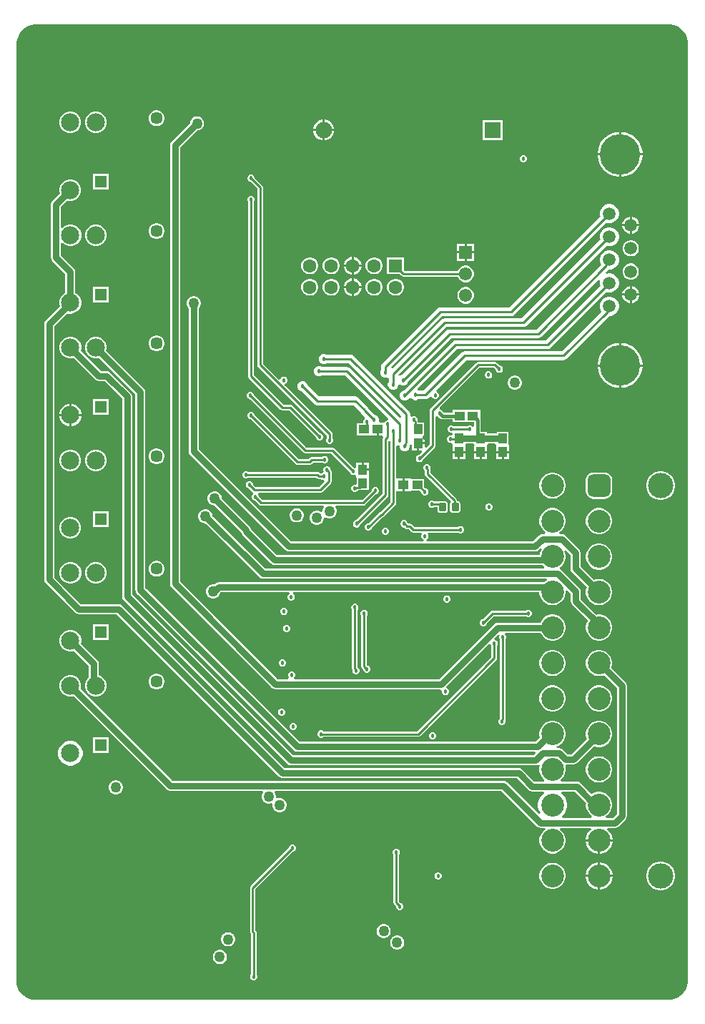
<source format=gbr>
%TF.GenerationSoftware,Altium Limited,Altium Designer,25.8.1 (18)*%
G04 Layer_Physical_Order=4*
G04 Layer_Color=16711680*
%FSLAX45Y45*%
%MOMM*%
%TF.SameCoordinates,031978D1-9D18-463A-8735-F8186BF7E524*%
%TF.FilePolarity,Positive*%
%TF.FileFunction,Copper,L4,Bot,Signal*%
%TF.Part,Single*%
G01*
G75*
%TA.AperFunction,SMDPad,CuDef*%
G04:AMPARAMS|DCode=16|XSize=0.8mm|YSize=1mm|CornerRadius=0.1mm|HoleSize=0mm|Usage=FLASHONLY|Rotation=180.000|XOffset=0mm|YOffset=0mm|HoleType=Round|Shape=RoundedRectangle|*
%AMROUNDEDRECTD16*
21,1,0.80000,0.80000,0,0,180.0*
21,1,0.60000,1.00000,0,0,180.0*
1,1,0.20000,-0.30000,0.40000*
1,1,0.20000,0.30000,0.40000*
1,1,0.20000,0.30000,-0.40000*
1,1,0.20000,-0.30000,-0.40000*
%
%ADD16ROUNDEDRECTD16*%
%ADD21R,1.15814X1.01213*%
%ADD30R,1.01213X1.15814*%
%ADD40R,1.30606X1.05822*%
%TA.AperFunction,Conductor*%
%ADD49C,0.25400*%
%ADD51C,0.38100*%
%ADD52C,0.76200*%
%TA.AperFunction,ComponentPad*%
%ADD53C,1.45000*%
%ADD54C,2.15000*%
%ADD55R,1.45000X1.45000*%
%ADD56C,2.70000*%
G04:AMPARAMS|DCode=57|XSize=2.7mm|YSize=2.7mm|CornerRadius=0.675mm|HoleSize=0mm|Usage=FLASHONLY|Rotation=90.000|XOffset=0mm|YOffset=0mm|HoleType=Round|Shape=RoundedRectangle|*
%AMROUNDEDRECTD57*
21,1,2.70000,1.35000,0,0,90.0*
21,1,1.35000,2.70000,0,0,90.0*
1,1,1.35000,0.67500,0.67500*
1,1,1.35000,0.67500,-0.67500*
1,1,1.35000,-0.67500,-0.67500*
1,1,1.35000,-0.67500,0.67500*
%
%ADD57ROUNDEDRECTD57*%
%ADD58C,3.00000*%
%ADD59C,4.80000*%
%ADD60C,1.50000*%
%ADD61R,1.55000X1.55000*%
%ADD62C,1.95000*%
%ADD63C,1.60000*%
%ADD64C,1.55000*%
%ADD65R,1.60000X1.60000*%
%ADD66R,1.95000X1.95000*%
%TA.AperFunction,ViaPad*%
%ADD67C,0.45700*%
%ADD68C,1.27000*%
%ADD69C,5.00000*%
G36*
X7922535Y11635338D02*
X7964047Y11618143D01*
X8001407Y11593180D01*
X8033180Y11561407D01*
X8058143Y11524048D01*
X8075338Y11482535D01*
X8084104Y11438466D01*
Y11416000D01*
Y324000D01*
Y301534D01*
X8075338Y257465D01*
X8058143Y215953D01*
X8033180Y178593D01*
X8001407Y146820D01*
X7964048Y121857D01*
X7922535Y104662D01*
X7878466Y95896D01*
X350000D01*
X328912Y95896D01*
X287548Y104124D01*
X248584Y120264D01*
X213517Y143695D01*
X183695Y173517D01*
X160264Y208583D01*
X144124Y247548D01*
X135896Y288913D01*
Y310000D01*
Y11416000D01*
X135896Y11438466D01*
X144662Y11482535D01*
X161857Y11524047D01*
X186820Y11561407D01*
X218593Y11593180D01*
X255952Y11618143D01*
X297465Y11635338D01*
X341534Y11644104D01*
X7878466D01*
X7922535Y11635338D01*
D02*
G37*
%LPC*%
G36*
X1802217Y10623710D02*
X1777861D01*
X1754336Y10617406D01*
X1733243Y10605228D01*
X1716021Y10588006D01*
X1703843Y10566914D01*
X1697539Y10543388D01*
Y10519032D01*
X1703843Y10495507D01*
X1716021Y10474414D01*
X1733243Y10457192D01*
X1754336Y10445014D01*
X1777861Y10438710D01*
X1802217D01*
X1825743Y10445014D01*
X1846835Y10457192D01*
X1864057Y10474414D01*
X1876235Y10495507D01*
X1882539Y10519032D01*
Y10543388D01*
X1876235Y10566914D01*
X1864057Y10588006D01*
X1846835Y10605228D01*
X1825743Y10617406D01*
X1802217Y10623710D01*
D02*
G37*
G36*
X3786219Y10514110D02*
X3782739D01*
Y10403910D01*
X3892939D01*
Y10407390D01*
X3884563Y10438648D01*
X3868383Y10466673D01*
X3845501Y10489555D01*
X3817476Y10505735D01*
X3786219Y10514110D01*
D02*
G37*
G36*
X3757339D02*
X3753859D01*
X3722601Y10505735D01*
X3694576Y10489555D01*
X3671694Y10466673D01*
X3655514Y10438648D01*
X3647139Y10407390D01*
Y10403910D01*
X3757339D01*
Y10514110D01*
D02*
G37*
G36*
X1086825Y10608710D02*
X1053254D01*
X1020826Y10600021D01*
X991753Y10583235D01*
X968014Y10559497D01*
X951228Y10530423D01*
X942539Y10497996D01*
Y10464425D01*
X951228Y10431997D01*
X968014Y10402924D01*
X991753Y10379185D01*
X1020826Y10362399D01*
X1053254Y10353710D01*
X1086825D01*
X1119252Y10362399D01*
X1148326Y10379185D01*
X1172064Y10402924D01*
X1188850Y10431997D01*
X1197539Y10464425D01*
Y10497996D01*
X1188850Y10530423D01*
X1172064Y10559497D01*
X1148326Y10583235D01*
X1119252Y10600021D01*
X1086825Y10608710D01*
D02*
G37*
G36*
X786825D02*
X753254D01*
X720826Y10600021D01*
X691752Y10583235D01*
X668014Y10559497D01*
X651228Y10530423D01*
X642539Y10497996D01*
Y10464425D01*
X651228Y10431997D01*
X668014Y10402924D01*
X691752Y10379185D01*
X720826Y10362399D01*
X753254Y10353710D01*
X786825D01*
X819252Y10362399D01*
X848326Y10379185D01*
X872064Y10402924D01*
X888850Y10431997D01*
X897539Y10464425D01*
Y10497996D01*
X888850Y10530423D01*
X872064Y10559497D01*
X848326Y10583235D01*
X819252Y10600021D01*
X786825Y10608710D01*
D02*
G37*
G36*
X5887539Y10508710D02*
X5652539D01*
Y10273710D01*
X5887539D01*
Y10508710D01*
D02*
G37*
G36*
X3892939Y10378510D02*
X3782739D01*
Y10268310D01*
X3786219D01*
X3817476Y10276686D01*
X3845501Y10292866D01*
X3868383Y10315748D01*
X3884563Y10343773D01*
X3892939Y10375030D01*
Y10378510D01*
D02*
G37*
G36*
X3757339D02*
X3647139D01*
Y10375030D01*
X3655514Y10343773D01*
X3671694Y10315748D01*
X3694576Y10292866D01*
X3722601Y10276686D01*
X3753859Y10268310D01*
X3757339D01*
Y10378510D01*
D02*
G37*
G36*
X7300926Y10369111D02*
X7292739D01*
Y10116410D01*
X7545439D01*
Y10124598D01*
X7538904Y10165859D01*
X7525995Y10205589D01*
X7507029Y10242811D01*
X7482475Y10276607D01*
X7452936Y10306146D01*
X7419139Y10330701D01*
X7381917Y10349666D01*
X7342187Y10362576D01*
X7300926Y10369111D01*
D02*
G37*
G36*
X7267339D02*
X7259152D01*
X7217891Y10362576D01*
X7178161Y10349666D01*
X7140939Y10330701D01*
X7107143Y10306146D01*
X7077603Y10276607D01*
X7053049Y10242811D01*
X7034083Y10205589D01*
X7021174Y10165859D01*
X7014639Y10124598D01*
Y10116410D01*
X7267339D01*
Y10369111D01*
D02*
G37*
G36*
X6142962Y10093984D02*
X6125915D01*
X6110166Y10087461D01*
X6098112Y10075407D01*
X6091589Y10059658D01*
Y10042611D01*
X6098112Y10026862D01*
X6110166Y10014808D01*
X6125915Y10008285D01*
X6142962D01*
X6158711Y10014808D01*
X6170765Y10026862D01*
X6177288Y10042611D01*
Y10059658D01*
X6170765Y10075407D01*
X6158711Y10087461D01*
X6142962Y10093984D01*
D02*
G37*
G36*
X7545439Y10091010D02*
X7292739D01*
Y9838311D01*
X7300926D01*
X7342187Y9844845D01*
X7381917Y9857755D01*
X7419139Y9876720D01*
X7452936Y9901275D01*
X7482475Y9930814D01*
X7507029Y9964610D01*
X7525995Y10001832D01*
X7538904Y10041563D01*
X7545439Y10082823D01*
Y10091010D01*
D02*
G37*
G36*
X7267339D02*
X7014639D01*
Y10082823D01*
X7021174Y10041563D01*
X7034083Y10001832D01*
X7053049Y9964610D01*
X7077603Y9930814D01*
X7107143Y9901275D01*
X7140939Y9876720D01*
X7178161Y9857755D01*
X7217891Y9844845D01*
X7259152Y9838311D01*
X7267339D01*
Y10091010D01*
D02*
G37*
G36*
X1222539Y9873710D02*
X1037539D01*
Y9688710D01*
X1222539D01*
Y9873710D01*
D02*
G37*
G36*
X786825Y9808710D02*
X753254D01*
X720826Y9800021D01*
X691752Y9783235D01*
X668014Y9759497D01*
X651228Y9730423D01*
X642539Y9697996D01*
Y9664425D01*
X648232Y9643179D01*
X558151Y9553097D01*
X545310Y9533879D01*
X540800Y9511210D01*
Y8885906D01*
X545310Y8863236D01*
X558151Y8844018D01*
X711800Y8690368D01*
Y8459233D01*
X692752Y8448236D01*
X669013Y8424497D01*
X652228Y8395423D01*
X643539Y8362996D01*
Y8329425D01*
X649232Y8308179D01*
X478112Y8137059D01*
X465271Y8117841D01*
X460762Y8095172D01*
Y5070000D01*
X465271Y5047331D01*
X478112Y5028113D01*
X828113Y4678112D01*
X847331Y4665271D01*
X870000Y4660762D01*
X1315463D01*
X3238113Y2738112D01*
X3257331Y2725271D01*
X3280000Y2720762D01*
X6055463D01*
X6198112Y2578112D01*
X6217330Y2565271D01*
X6240000Y2560762D01*
X6371253D01*
X6377320Y2540762D01*
X6369694Y2535667D01*
X6345584Y2511556D01*
X6326640Y2483205D01*
X6313591Y2451702D01*
X6306939Y2418260D01*
Y2384162D01*
X6313591Y2350720D01*
X6326640Y2319218D01*
X6334288Y2307772D01*
X6318753Y2295022D01*
X5941888Y2671888D01*
X5922669Y2684729D01*
X5900000Y2689238D01*
X1977006D01*
X891846Y3774399D01*
X897539Y3795645D01*
Y3829216D01*
X888850Y3861643D01*
X872064Y3890717D01*
X848326Y3914455D01*
X819252Y3931241D01*
X786825Y3939930D01*
X753254D01*
X720826Y3931241D01*
X691752Y3914455D01*
X668014Y3890717D01*
X651228Y3861643D01*
X642539Y3829216D01*
Y3795645D01*
X651228Y3763217D01*
X668014Y3734144D01*
X691752Y3710405D01*
X720826Y3693619D01*
X753254Y3684930D01*
X786825D01*
X808071Y3690623D01*
X1910582Y2588112D01*
X1929800Y2575271D01*
X1952469Y2570762D01*
X3044390D01*
X3053183Y2551270D01*
X3042190Y2532230D01*
X3036500Y2510993D01*
Y2489007D01*
X3042190Y2467770D01*
X3053183Y2448730D01*
X3068730Y2433183D01*
X3087770Y2422190D01*
X3109007Y2416500D01*
X3130993D01*
X3148529Y2421199D01*
X3158768Y2415384D01*
X3166500Y2407336D01*
Y2389007D01*
X3172191Y2367770D01*
X3183183Y2348730D01*
X3198730Y2333183D01*
X3217770Y2322190D01*
X3239007Y2316500D01*
X3260993D01*
X3282230Y2322190D01*
X3301270Y2333183D01*
X3316817Y2348730D01*
X3327810Y2367770D01*
X3333500Y2389007D01*
Y2410993D01*
X3327810Y2432230D01*
X3316817Y2451270D01*
X3301270Y2466817D01*
X3282230Y2477810D01*
X3260993Y2483500D01*
X3239007D01*
X3221471Y2478801D01*
X3211232Y2484616D01*
X3203500Y2492665D01*
Y2510993D01*
X3197809Y2532230D01*
X3186817Y2551270D01*
X3195609Y2570762D01*
X5875463D01*
X6298112Y2148112D01*
X6317331Y2135271D01*
X6340000Y2130762D01*
X6388866D01*
X6394933Y2110762D01*
X6381232Y2101608D01*
X6359643Y2080018D01*
X6342680Y2054631D01*
X6330996Y2026423D01*
X6325039Y1996477D01*
Y1965945D01*
X6330996Y1935999D01*
X6342680Y1907791D01*
X6359643Y1882404D01*
X6381232Y1860815D01*
X6406619Y1843852D01*
X6434827Y1832168D01*
X6464773Y1826211D01*
X6495305D01*
X6525251Y1832168D01*
X6553459Y1843852D01*
X6578846Y1860815D01*
X6600436Y1882404D01*
X6617398Y1907791D01*
X6629082Y1935999D01*
X6635039Y1965945D01*
Y1996477D01*
X6629082Y2026423D01*
X6617398Y2054631D01*
X6600436Y2080018D01*
X6578846Y2101608D01*
X6565146Y2110762D01*
X6571212Y2130762D01*
X6929145D01*
X6935212Y2110762D01*
X6927790Y2105802D01*
X6905448Y2083461D01*
X6887894Y2057190D01*
X6875803Y2027999D01*
X6869639Y1997010D01*
Y1993911D01*
X7030039D01*
X7190439D01*
Y1997010D01*
X7184275Y2027999D01*
X7172184Y2057190D01*
X7154630Y2083461D01*
X7132288Y2105802D01*
X7124866Y2110762D01*
X7130933Y2130762D01*
X7220000D01*
X7242669Y2135271D01*
X7261887Y2148112D01*
X7341888Y2228112D01*
X7354729Y2247331D01*
X7359238Y2270000D01*
Y3811250D01*
X7354729Y3833920D01*
X7341888Y3853138D01*
X7173208Y4021817D01*
X7179082Y4036000D01*
X7185039Y4065945D01*
Y4096477D01*
X7179082Y4126423D01*
X7167398Y4154631D01*
X7150436Y4180018D01*
X7128846Y4201608D01*
X7103459Y4218570D01*
X7075251Y4230255D01*
X7045305Y4236211D01*
X7014773D01*
X6984827Y4230255D01*
X6956619Y4218570D01*
X6931232Y4201608D01*
X6909643Y4180018D01*
X6892680Y4154631D01*
X6880996Y4126423D01*
X6875039Y4096477D01*
Y4065945D01*
X6880996Y4036000D01*
X6892680Y4007791D01*
X6909643Y3982405D01*
X6931232Y3960815D01*
X6956619Y3943852D01*
X6984827Y3932168D01*
X7014773Y3926211D01*
X7045305D01*
X7075251Y3932168D01*
X7089433Y3938042D01*
X7240762Y3786713D01*
Y2294537D01*
X7195463Y2249238D01*
X7117586D01*
X7111519Y2269238D01*
X7128846Y2280815D01*
X7150436Y2302405D01*
X7167398Y2327792D01*
X7179082Y2356000D01*
X7185039Y2385945D01*
Y2416478D01*
X7179082Y2446423D01*
X7167398Y2474632D01*
X7150436Y2500018D01*
X7128846Y2521608D01*
X7103459Y2538571D01*
X7075251Y2550255D01*
X7045305Y2556212D01*
X7014773D01*
X6984827Y2550255D01*
X6956619Y2538571D01*
X6941377Y2528386D01*
X6807876Y2661888D01*
X6788657Y2674729D01*
X6765988Y2679238D01*
X6582553D01*
X6576486Y2699238D01*
X6578846Y2700815D01*
X6600436Y2722405D01*
X6617398Y2747791D01*
X6629082Y2776000D01*
X6635039Y2805945D01*
Y2836477D01*
X6630120Y2861208D01*
X6630713Y2863959D01*
X6637159Y2873795D01*
X6644791Y2880762D01*
X6728828D01*
X6751497Y2885271D01*
X6770715Y2898112D01*
X6970645Y3098042D01*
X6984827Y3092168D01*
X7014773Y3086212D01*
X7045305D01*
X7075251Y3092168D01*
X7103459Y3103852D01*
X7128846Y3120815D01*
X7150436Y3142405D01*
X7167398Y3167791D01*
X7179082Y3196000D01*
X7185039Y3225945D01*
Y3256478D01*
X7179082Y3286423D01*
X7167398Y3314631D01*
X7150436Y3340018D01*
X7128846Y3361608D01*
X7103459Y3378571D01*
X7075251Y3390255D01*
X7045305Y3396211D01*
X7014773D01*
X6984827Y3390255D01*
X6956619Y3378571D01*
X6931232Y3361608D01*
X6909643Y3340018D01*
X6892680Y3314631D01*
X6880996Y3286423D01*
X6875039Y3256478D01*
Y3225945D01*
X6880996Y3196000D01*
X6886870Y3181818D01*
X6704290Y2999238D01*
X6658872D01*
X6601911Y3056199D01*
X6582693Y3069040D01*
X6560023Y3073549D01*
X6530645D01*
X6525251Y3092168D01*
X6553459Y3103852D01*
X6578846Y3120815D01*
X6600436Y3142404D01*
X6617398Y3167791D01*
X6629082Y3195999D01*
X6635039Y3225945D01*
Y3256477D01*
X6629082Y3286423D01*
X6617398Y3314631D01*
X6600436Y3340018D01*
X6578846Y3361608D01*
X6553459Y3378570D01*
X6525251Y3390255D01*
X6495305Y3396211D01*
X6464773D01*
X6434827Y3390255D01*
X6406619Y3378570D01*
X6381232Y3361608D01*
X6359643Y3340018D01*
X6342680Y3314631D01*
X6330996Y3286423D01*
X6325039Y3256477D01*
Y3225945D01*
X6330284Y3199577D01*
X6280895Y3150188D01*
X3483587D01*
X1659238Y4974537D01*
Y7287890D01*
X1654729Y7310559D01*
X1641888Y7329778D01*
X1192846Y7778819D01*
X1198539Y7800065D01*
Y7833636D01*
X1189850Y7866064D01*
X1173065Y7895137D01*
X1149326Y7918876D01*
X1120253Y7935661D01*
X1087825Y7944350D01*
X1054254D01*
X1021827Y7935661D01*
X992753Y7918876D01*
X969014Y7895137D01*
X952229Y7866064D01*
X943540Y7833636D01*
Y7800065D01*
X952229Y7767637D01*
X969014Y7738564D01*
X992753Y7714825D01*
X1021827Y7698040D01*
X1054254Y7689351D01*
X1087825D01*
X1109071Y7695044D01*
X1540762Y7263353D01*
Y4950000D01*
X1545271Y4927331D01*
X1558112Y4908112D01*
X3417162Y3049062D01*
X3436380Y3036221D01*
X3459050Y3031712D01*
X6272335D01*
X6279988Y3013234D01*
X6255042Y2988288D01*
X3405487D01*
X1499238Y4894537D01*
Y7240000D01*
X1494729Y7262669D01*
X1481888Y7281888D01*
X1241741Y7522034D01*
X1222523Y7534875D01*
X1199854Y7539384D01*
X1132281D01*
X892846Y7778819D01*
X898539Y7800065D01*
Y7833636D01*
X889850Y7866064D01*
X873065Y7895137D01*
X849326Y7918876D01*
X820252Y7935661D01*
X787825Y7944350D01*
X754254D01*
X721826Y7935661D01*
X692753Y7918876D01*
X669014Y7895137D01*
X652229Y7866064D01*
X643539Y7833636D01*
Y7800065D01*
X652229Y7767637D01*
X669014Y7738564D01*
X692753Y7714825D01*
X721826Y7698040D01*
X754254Y7689351D01*
X787825D01*
X809071Y7695044D01*
X1065856Y7438258D01*
X1085074Y7425417D01*
X1107744Y7420908D01*
X1175317D01*
X1380762Y7215463D01*
Y4870000D01*
X1385271Y4847330D01*
X1398112Y4828112D01*
X3339062Y2887162D01*
X3358280Y2874321D01*
X3380950Y2869812D01*
X6279580D01*
X6302249Y2874321D01*
X6316588Y2883902D01*
X6332893Y2871004D01*
X6330996Y2866423D01*
X6325039Y2836477D01*
Y2805945D01*
X6330996Y2776000D01*
X6342680Y2747791D01*
X6359643Y2722405D01*
X6381232Y2700815D01*
X6383592Y2699238D01*
X6377525Y2679238D01*
X6264537D01*
X6121888Y2821888D01*
X6102670Y2834729D01*
X6080000Y2839238D01*
X3304537D01*
X1381888Y4761888D01*
X1362670Y4774729D01*
X1340000Y4779238D01*
X894537D01*
X579238Y5094537D01*
Y8070635D01*
X733007Y8224403D01*
X754253Y8218711D01*
X787824D01*
X820252Y8227400D01*
X849325Y8244185D01*
X873064Y8267924D01*
X889849Y8296997D01*
X898538Y8329425D01*
Y8362996D01*
X889849Y8395423D01*
X873064Y8424497D01*
X849325Y8448236D01*
X830277Y8459233D01*
Y8714905D01*
X825767Y8737575D01*
X812926Y8756793D01*
X659277Y8910443D01*
Y9049376D01*
X679277Y9057661D01*
X692752Y9044185D01*
X721826Y9027400D01*
X754253Y9018710D01*
X787824D01*
X820252Y9027400D01*
X849325Y9044185D01*
X873064Y9067924D01*
X889849Y9096997D01*
X898538Y9129425D01*
Y9162996D01*
X889849Y9195423D01*
X873064Y9224497D01*
X849325Y9248236D01*
X820252Y9265021D01*
X787824Y9273710D01*
X754253D01*
X721826Y9265021D01*
X692752Y9248236D01*
X679277Y9234760D01*
X659277Y9243045D01*
Y9486672D01*
X732007Y9559403D01*
X753254Y9553710D01*
X786825D01*
X819252Y9562399D01*
X848326Y9579185D01*
X872064Y9602924D01*
X888850Y9631997D01*
X897539Y9664425D01*
Y9697996D01*
X888850Y9730423D01*
X872064Y9759497D01*
X848326Y9783235D01*
X819252Y9800021D01*
X786825Y9808710D01*
D02*
G37*
G36*
X7167929Y9515310D02*
X7138149D01*
X7109384Y9507603D01*
X7083594Y9492713D01*
X7062537Y9471655D01*
X7047647Y9445866D01*
X7039939Y9417101D01*
Y9387321D01*
X7045214Y9367635D01*
X5969374Y8291795D01*
X5150000D01*
X5130179Y8287853D01*
X5113375Y8276625D01*
X4463375Y7626625D01*
X4452147Y7609821D01*
X4448205Y7590000D01*
Y7554225D01*
X4439050Y7532124D01*
Y7507876D01*
X4448329Y7485475D01*
X4465475Y7468329D01*
X4487876Y7459050D01*
X4512124D01*
X4519114Y7461946D01*
X4539114Y7448582D01*
Y7414225D01*
X4529959Y7392124D01*
Y7367876D01*
X4539239Y7345475D01*
X4556384Y7328329D01*
X4578786Y7319050D01*
X4603033D01*
X4625434Y7328329D01*
X4642580Y7345475D01*
X4651859Y7367876D01*
Y7373661D01*
X4671859Y7381945D01*
X4675475Y7378329D01*
X4697876Y7369050D01*
X4722124D01*
X4744525Y7378329D01*
X4761671Y7395475D01*
X4770825Y7417576D01*
X5281454Y7928205D01*
X6310000D01*
X6329821Y7932147D01*
X6346625Y7943375D01*
X7026878Y8623628D01*
X7044809Y8613275D01*
X7039939Y8595100D01*
Y8565320D01*
X7045214Y8545635D01*
X6401374Y7901795D01*
X5330000D01*
X5310179Y7897853D01*
X5293375Y7886625D01*
X4717576Y7310825D01*
X4695475Y7301671D01*
X4678329Y7284525D01*
X4669050Y7262124D01*
Y7237876D01*
X4678329Y7215475D01*
X4695475Y7198329D01*
X4717876Y7189050D01*
X4742124D01*
X4764525Y7198329D01*
X4781671Y7215475D01*
X4783168Y7219089D01*
X4804382Y7220136D01*
X4821528Y7202990D01*
X4843929Y7193711D01*
X4868176D01*
X4890277Y7202866D01*
X4974661D01*
X4994482Y7206809D01*
X5011286Y7218036D01*
X5028672Y7235423D01*
X5051796Y7230262D01*
X5053674Y7225727D01*
X5065727Y7213674D01*
X5081477Y7207150D01*
X5098523D01*
X5114272Y7213674D01*
X5126326Y7225727D01*
X5132850Y7241477D01*
Y7258523D01*
X5126326Y7274272D01*
X5114272Y7286326D01*
X5109738Y7288204D01*
X5104577Y7311328D01*
X5461454Y7668205D01*
X6610000D01*
X6629821Y7672147D01*
X6646625Y7683375D01*
X7156360Y8193111D01*
X7167929D01*
X7196694Y8200818D01*
X7222484Y8215708D01*
X7243541Y8236766D01*
X7258431Y8262555D01*
X7266139Y8291320D01*
Y8321100D01*
X7258431Y8349865D01*
X7243541Y8375655D01*
X7222484Y8396713D01*
X7196694Y8411603D01*
X7167929Y8419310D01*
X7138149D01*
X7109384Y8411603D01*
X7083594Y8396713D01*
X7062537Y8375655D01*
X7047647Y8349865D01*
X7039939Y8321100D01*
Y8291320D01*
X7047647Y8262555D01*
X7059235Y8242485D01*
X6588546Y7771795D01*
X5440000D01*
X5420179Y7767853D01*
X5403375Y7756625D01*
X4953207Y7306456D01*
X4890277D01*
X4885289Y7308522D01*
X4881388Y7328138D01*
X5351454Y7798205D01*
X6422829D01*
X6442650Y7802147D01*
X6459453Y7813375D01*
X7118464Y8472385D01*
X7138149Y8467111D01*
X7167929D01*
X7196694Y8474818D01*
X7222484Y8489708D01*
X7243541Y8510766D01*
X7258431Y8536555D01*
X7266139Y8565320D01*
Y8595100D01*
X7258431Y8623865D01*
X7243541Y8649655D01*
X7222484Y8670713D01*
X7196694Y8685603D01*
X7167929Y8693310D01*
X7138149D01*
X7119974Y8688440D01*
X7109621Y8706372D01*
X7144360Y8741111D01*
X7167929D01*
X7196694Y8748818D01*
X7222484Y8763708D01*
X7243541Y8784766D01*
X7258431Y8810555D01*
X7266139Y8839320D01*
Y8869100D01*
X7258431Y8897865D01*
X7243541Y8923655D01*
X7222484Y8944713D01*
X7196694Y8959603D01*
X7167929Y8967310D01*
X7138149D01*
X7109384Y8959603D01*
X7083594Y8944713D01*
X7062537Y8923655D01*
X7047647Y8897865D01*
X7039939Y8869100D01*
Y8839320D01*
X7047647Y8810555D01*
X7054843Y8798092D01*
X6288546Y8031795D01*
X5260000D01*
X5240179Y8027853D01*
X5223375Y8016625D01*
X4697576Y7490826D01*
X4678260Y7482825D01*
X4670673Y7483775D01*
X4655809Y7490289D01*
X4655358Y7492109D01*
X5221454Y8058205D01*
X6134829D01*
X6154650Y8062147D01*
X6171453Y8073375D01*
X7118464Y9020385D01*
X7138149Y9015110D01*
X7167929D01*
X7196694Y9022818D01*
X7222484Y9037708D01*
X7243541Y9058765D01*
X7258431Y9084555D01*
X7266139Y9113320D01*
Y9143100D01*
X7258431Y9171865D01*
X7243541Y9197655D01*
X7222484Y9218713D01*
X7196694Y9233603D01*
X7167929Y9241310D01*
X7138149D01*
X7109384Y9233603D01*
X7083594Y9218713D01*
X7062537Y9197655D01*
X7047647Y9171865D01*
X7039939Y9143100D01*
Y9113320D01*
X7045214Y9093635D01*
X6113374Y8161795D01*
X5200000D01*
X5180179Y8157853D01*
X5163375Y8146625D01*
X4585981Y7569230D01*
X4564279Y7575813D01*
X4563414Y7580164D01*
X5171454Y8188205D01*
X5990829D01*
X6010650Y8192147D01*
X6027453Y8203375D01*
X7118464Y9294386D01*
X7138149Y9289111D01*
X7167929D01*
X7196694Y9296818D01*
X7222484Y9311708D01*
X7243541Y9332766D01*
X7258431Y9358556D01*
X7266139Y9387321D01*
Y9417101D01*
X7258431Y9445866D01*
X7243541Y9471655D01*
X7222484Y9492713D01*
X7196694Y9507603D01*
X7167929Y9515310D01*
D02*
G37*
G36*
X7420257Y9365610D02*
X7419740D01*
Y9277911D01*
X7507439D01*
Y9278428D01*
X7500597Y9303964D01*
X7487379Y9326858D01*
X7468686Y9345551D01*
X7445792Y9358768D01*
X7420257Y9365610D01*
D02*
G37*
G36*
X7394340D02*
X7393821D01*
X7368286Y9358768D01*
X7345392Y9345551D01*
X7326699Y9326858D01*
X7313481Y9303964D01*
X7306639Y9278428D01*
Y9277911D01*
X7394340D01*
Y9365610D01*
D02*
G37*
G36*
X7507439Y9252511D02*
X7419740D01*
Y9164811D01*
X7420257D01*
X7445792Y9171653D01*
X7468686Y9184871D01*
X7487379Y9203564D01*
X7500597Y9226458D01*
X7507439Y9251993D01*
Y9252511D01*
D02*
G37*
G36*
X7394340D02*
X7306639D01*
Y9251993D01*
X7313481Y9226458D01*
X7326699Y9203564D01*
X7345392Y9184871D01*
X7368286Y9171653D01*
X7393821Y9164811D01*
X7394340D01*
Y9252511D01*
D02*
G37*
G36*
X1803216Y9288710D02*
X1778861D01*
X1755335Y9282406D01*
X1734242Y9270229D01*
X1717020Y9253006D01*
X1704842Y9231914D01*
X1698539Y9208388D01*
Y9184032D01*
X1704842Y9160507D01*
X1717020Y9139414D01*
X1734242Y9122192D01*
X1755335Y9110014D01*
X1778861Y9103710D01*
X1803216D01*
X1826742Y9110014D01*
X1847835Y9122192D01*
X1865057Y9139414D01*
X1877235Y9160507D01*
X1883539Y9184032D01*
Y9208388D01*
X1877235Y9231914D01*
X1865057Y9253006D01*
X1847835Y9270229D01*
X1826742Y9282406D01*
X1803216Y9288710D01*
D02*
G37*
G36*
X1087824Y9273710D02*
X1054253D01*
X1021826Y9265021D01*
X992752Y9248236D01*
X969014Y9224497D01*
X952228Y9195423D01*
X943539Y9162996D01*
Y9129425D01*
X952228Y9096997D01*
X969014Y9067924D01*
X992752Y9044185D01*
X1021826Y9027400D01*
X1054253Y9018710D01*
X1087824D01*
X1120252Y9027400D01*
X1149325Y9044185D01*
X1173064Y9067924D01*
X1189850Y9096997D01*
X1198539Y9129425D01*
Y9162996D01*
X1189850Y9195423D01*
X1173064Y9224497D01*
X1149325Y9248236D01*
X1120252Y9265021D01*
X1087824Y9273710D01*
D02*
G37*
G36*
X5552861Y9045690D02*
X5462661D01*
Y8955490D01*
X5552861D01*
Y9045690D01*
D02*
G37*
G36*
X5437261D02*
X5347061D01*
Y8955490D01*
X5437261D01*
Y9045690D01*
D02*
G37*
G36*
X7419546Y9086210D02*
X7394532D01*
X7370371Y9079736D01*
X7348708Y9067229D01*
X7331020Y9049541D01*
X7318513Y9027879D01*
X7312039Y9003717D01*
Y8978703D01*
X7318513Y8954542D01*
X7331020Y8932879D01*
X7348708Y8915192D01*
X7370371Y8902685D01*
X7394532Y8896211D01*
X7419546D01*
X7443707Y8902685D01*
X7465370Y8915192D01*
X7483058Y8932879D01*
X7495565Y8954542D01*
X7502039Y8978703D01*
Y9003717D01*
X7495565Y9027879D01*
X7483058Y9049541D01*
X7465370Y9067229D01*
X7443707Y9079736D01*
X7419546Y9086210D01*
D02*
G37*
G36*
X5552861Y8930090D02*
X5462661D01*
Y8839890D01*
X5552861D01*
Y8930090D01*
D02*
G37*
G36*
X5437261D02*
X5347061D01*
Y8839890D01*
X5437261D01*
Y8930090D01*
D02*
G37*
G36*
X4126415Y8890610D02*
X4125239D01*
Y8797909D01*
X4217939D01*
Y8799087D01*
X4210756Y8825893D01*
X4196880Y8849927D01*
X4177256Y8869551D01*
X4153222Y8883427D01*
X4126415Y8890610D01*
D02*
G37*
G36*
X4099839D02*
X4098663D01*
X4071856Y8883427D01*
X4047822Y8869551D01*
X4028198Y8849927D01*
X4014322Y8825893D01*
X4007139Y8799087D01*
Y8797909D01*
X4099839D01*
Y8890610D01*
D02*
G37*
G36*
X4379704Y8885210D02*
X4353374D01*
X4327941Y8878395D01*
X4305138Y8865230D01*
X4286519Y8846611D01*
X4273354Y8823809D01*
X4266539Y8798376D01*
Y8772045D01*
X4273354Y8746612D01*
X4286519Y8723809D01*
X4305138Y8705191D01*
X4327941Y8692025D01*
X4353374Y8685210D01*
X4379704D01*
X4405137Y8692025D01*
X4427940Y8705191D01*
X4446559Y8723809D01*
X4459724Y8746612D01*
X4466539Y8772045D01*
Y8798376D01*
X4459724Y8823809D01*
X4446559Y8846611D01*
X4427940Y8865230D01*
X4405137Y8878395D01*
X4379704Y8885210D01*
D02*
G37*
G36*
X3871704D02*
X3845374D01*
X3819941Y8878395D01*
X3797138Y8865230D01*
X3778519Y8846611D01*
X3765354Y8823809D01*
X3758539Y8798376D01*
Y8772045D01*
X3765354Y8746612D01*
X3778519Y8723809D01*
X3797138Y8705191D01*
X3819941Y8692025D01*
X3845374Y8685210D01*
X3871704D01*
X3897137Y8692025D01*
X3919940Y8705191D01*
X3938559Y8723809D01*
X3951724Y8746612D01*
X3958539Y8772045D01*
Y8798376D01*
X3951724Y8823809D01*
X3938559Y8846611D01*
X3919940Y8865230D01*
X3897137Y8878395D01*
X3871704Y8885210D01*
D02*
G37*
G36*
X3617704D02*
X3591374D01*
X3565941Y8878395D01*
X3543138Y8865230D01*
X3524519Y8846611D01*
X3511354Y8823809D01*
X3504539Y8798376D01*
Y8772045D01*
X3511354Y8746612D01*
X3524519Y8723809D01*
X3543138Y8705191D01*
X3565941Y8692025D01*
X3591374Y8685210D01*
X3617704D01*
X3643137Y8692025D01*
X3665940Y8705191D01*
X3684559Y8723809D01*
X3697724Y8746612D01*
X3704539Y8772045D01*
Y8798376D01*
X3697724Y8823809D01*
X3684559Y8846611D01*
X3665940Y8865230D01*
X3643137Y8878395D01*
X3617704Y8885210D01*
D02*
G37*
G36*
X4217939Y8772509D02*
X4125239D01*
Y8679810D01*
X4126415D01*
X4153222Y8686993D01*
X4177256Y8700869D01*
X4196880Y8720493D01*
X4210756Y8744527D01*
X4217939Y8771334D01*
Y8772509D01*
D02*
G37*
G36*
X4099839D02*
X4007139D01*
Y8771334D01*
X4014322Y8744527D01*
X4028198Y8720493D01*
X4047822Y8700869D01*
X4071856Y8686993D01*
X4098663Y8679810D01*
X4099839D01*
Y8772509D01*
D02*
G37*
G36*
X7419546Y8812210D02*
X7394532D01*
X7370371Y8805736D01*
X7348708Y8793229D01*
X7331020Y8775542D01*
X7318513Y8753879D01*
X7312039Y8729717D01*
Y8704703D01*
X7318513Y8680542D01*
X7331020Y8658879D01*
X7348708Y8641192D01*
X7370371Y8628685D01*
X7394532Y8622211D01*
X7419546D01*
X7443707Y8628685D01*
X7465370Y8641192D01*
X7483058Y8658879D01*
X7495565Y8680542D01*
X7502039Y8704703D01*
Y8729717D01*
X7495565Y8753879D01*
X7483058Y8775542D01*
X7465370Y8793229D01*
X7443707Y8805736D01*
X7419546Y8812210D01*
D02*
G37*
G36*
X4720539Y8885210D02*
X4520539D01*
Y8685210D01*
X4673388D01*
X4690964Y8667635D01*
X4701780Y8660407D01*
X4714539Y8657869D01*
X5357307D01*
X5359106Y8651156D01*
X5371942Y8628924D01*
X5390095Y8610771D01*
X5412327Y8597935D01*
X5437125Y8591290D01*
X5462797D01*
X5487595Y8597935D01*
X5509827Y8610771D01*
X5527980Y8628924D01*
X5540816Y8651156D01*
X5547461Y8675954D01*
Y8701626D01*
X5540816Y8726424D01*
X5527980Y8748656D01*
X5509827Y8766809D01*
X5487595Y8779645D01*
X5462797Y8786290D01*
X5437125D01*
X5412327Y8779645D01*
X5390095Y8766809D01*
X5371942Y8748656D01*
X5359106Y8726424D01*
X5358604Y8724550D01*
X4728349D01*
X4720539Y8732361D01*
Y8885210D01*
D02*
G37*
G36*
X4126415Y8636610D02*
X4125239D01*
Y8543909D01*
X4217939D01*
Y8545087D01*
X4210756Y8571893D01*
X4196880Y8595927D01*
X4177256Y8615551D01*
X4153222Y8629427D01*
X4126415Y8636610D01*
D02*
G37*
G36*
X4099839D02*
X4098663D01*
X4071856Y8629427D01*
X4047822Y8615551D01*
X4028198Y8595927D01*
X4014322Y8571893D01*
X4007139Y8545087D01*
Y8543909D01*
X4099839D01*
Y8636610D01*
D02*
G37*
G36*
X7420257Y8543610D02*
X7419739D01*
Y8455910D01*
X7507439D01*
Y8456428D01*
X7500597Y8481963D01*
X7487379Y8504858D01*
X7468686Y8523550D01*
X7445792Y8536768D01*
X7420257Y8543610D01*
D02*
G37*
G36*
X7394339D02*
X7393821D01*
X7368286Y8536768D01*
X7345392Y8523550D01*
X7326699Y8504858D01*
X7313481Y8481963D01*
X7306639Y8456428D01*
Y8455910D01*
X7394339D01*
Y8543610D01*
D02*
G37*
G36*
X4633704Y8631210D02*
X4607374D01*
X4581941Y8624395D01*
X4559138Y8611230D01*
X4540519Y8592611D01*
X4527354Y8569809D01*
X4520539Y8544376D01*
Y8518045D01*
X4527354Y8492612D01*
X4540519Y8469809D01*
X4559138Y8451191D01*
X4581941Y8438025D01*
X4607374Y8431210D01*
X4633704D01*
X4659137Y8438025D01*
X4681940Y8451191D01*
X4700559Y8469809D01*
X4713724Y8492612D01*
X4720539Y8518045D01*
Y8544376D01*
X4713724Y8569809D01*
X4700559Y8592611D01*
X4681940Y8611230D01*
X4659137Y8624395D01*
X4633704Y8631210D01*
D02*
G37*
G36*
X4379704D02*
X4353374D01*
X4327941Y8624395D01*
X4305138Y8611230D01*
X4286519Y8592611D01*
X4273354Y8569809D01*
X4266539Y8544376D01*
Y8518045D01*
X4273354Y8492612D01*
X4286519Y8469809D01*
X4305138Y8451191D01*
X4327941Y8438025D01*
X4353374Y8431210D01*
X4379704D01*
X4405137Y8438025D01*
X4427940Y8451191D01*
X4446559Y8469809D01*
X4459724Y8492612D01*
X4466539Y8518045D01*
Y8544376D01*
X4459724Y8569809D01*
X4446559Y8592611D01*
X4427940Y8611230D01*
X4405137Y8624395D01*
X4379704Y8631210D01*
D02*
G37*
G36*
X3871704D02*
X3845374D01*
X3819941Y8624395D01*
X3797138Y8611230D01*
X3778519Y8592611D01*
X3765354Y8569809D01*
X3758539Y8544376D01*
Y8518045D01*
X3765354Y8492612D01*
X3778519Y8469809D01*
X3797138Y8451191D01*
X3819941Y8438025D01*
X3845374Y8431210D01*
X3871704D01*
X3897137Y8438025D01*
X3919940Y8451191D01*
X3938559Y8469809D01*
X3951724Y8492612D01*
X3958539Y8518045D01*
Y8544376D01*
X3951724Y8569809D01*
X3938559Y8592611D01*
X3919940Y8611230D01*
X3897137Y8624395D01*
X3871704Y8631210D01*
D02*
G37*
G36*
X3617704D02*
X3591374D01*
X3565941Y8624395D01*
X3543138Y8611230D01*
X3524519Y8592611D01*
X3511354Y8569809D01*
X3504539Y8544376D01*
Y8518045D01*
X3511354Y8492612D01*
X3524519Y8469809D01*
X3543138Y8451191D01*
X3565941Y8438025D01*
X3591374Y8431210D01*
X3617704D01*
X3643137Y8438025D01*
X3665940Y8451191D01*
X3684559Y8469809D01*
X3697724Y8492612D01*
X3704539Y8518045D01*
Y8544376D01*
X3697724Y8569809D01*
X3684559Y8592611D01*
X3665940Y8611230D01*
X3643137Y8624395D01*
X3617704Y8631210D01*
D02*
G37*
G36*
X4217939Y8518509D02*
X4125239D01*
Y8425810D01*
X4126415D01*
X4153222Y8432993D01*
X4177256Y8446869D01*
X4196880Y8466493D01*
X4210756Y8490527D01*
X4217939Y8517334D01*
Y8518509D01*
D02*
G37*
G36*
X4099839D02*
X4007139D01*
Y8517334D01*
X4014322Y8490527D01*
X4028198Y8466493D01*
X4047822Y8446869D01*
X4071856Y8432993D01*
X4098663Y8425810D01*
X4099839D01*
Y8518509D01*
D02*
G37*
G36*
X1223539Y8538710D02*
X1038539D01*
Y8353710D01*
X1223539D01*
Y8538710D01*
D02*
G37*
G36*
X7507439Y8430510D02*
X7419739D01*
Y8342811D01*
X7420257D01*
X7445792Y8349653D01*
X7468686Y8362870D01*
X7487379Y8381563D01*
X7500597Y8404457D01*
X7507439Y8429993D01*
Y8430510D01*
D02*
G37*
G36*
X7394339D02*
X7306639D01*
Y8429993D01*
X7313481Y8404457D01*
X7326699Y8381563D01*
X7345392Y8362870D01*
X7368286Y8349653D01*
X7393821Y8342811D01*
X7394339D01*
Y8430510D01*
D02*
G37*
G36*
X5462797Y8532290D02*
X5437125D01*
X5412327Y8525645D01*
X5390095Y8512809D01*
X5371942Y8494656D01*
X5359106Y8472424D01*
X5352461Y8447626D01*
Y8421954D01*
X5359106Y8397156D01*
X5371942Y8374924D01*
X5390095Y8356771D01*
X5412327Y8343935D01*
X5437125Y8337290D01*
X5462797D01*
X5487595Y8343935D01*
X5509827Y8356771D01*
X5527980Y8374924D01*
X5540816Y8397156D01*
X5547461Y8421954D01*
Y8447626D01*
X5540816Y8472424D01*
X5527980Y8494656D01*
X5509827Y8512809D01*
X5487595Y8525645D01*
X5462797Y8532290D01*
D02*
G37*
G36*
X1803217Y7959350D02*
X1778862D01*
X1755336Y7953047D01*
X1734243Y7940869D01*
X1717021Y7923647D01*
X1704843Y7902554D01*
X1698539Y7879028D01*
Y7854673D01*
X1704843Y7831147D01*
X1717021Y7810054D01*
X1734243Y7792832D01*
X1755336Y7780654D01*
X1778862Y7774350D01*
X1803217D01*
X1826743Y7780654D01*
X1847836Y7792832D01*
X1865058Y7810054D01*
X1877236Y7831147D01*
X1883539Y7854673D01*
Y7879028D01*
X1877236Y7902554D01*
X1865058Y7923647D01*
X1847836Y7940869D01*
X1826743Y7953047D01*
X1803217Y7959350D01*
D02*
G37*
G36*
X7300926Y7870110D02*
X7292739D01*
Y7617410D01*
X7545439D01*
Y7625598D01*
X7538904Y7666858D01*
X7525995Y7706589D01*
X7507029Y7743811D01*
X7482475Y7777607D01*
X7452936Y7807146D01*
X7419139Y7831701D01*
X7381917Y7850666D01*
X7342187Y7863576D01*
X7300926Y7870110D01*
D02*
G37*
G36*
X7267339D02*
X7259152D01*
X7217891Y7863576D01*
X7178161Y7850666D01*
X7140939Y7831701D01*
X7107143Y7807146D01*
X7077603Y7777607D01*
X7053049Y7743811D01*
X7034083Y7706589D01*
X7021174Y7666858D01*
X7014639Y7625598D01*
Y7617410D01*
X7267339D01*
Y7870110D01*
D02*
G37*
G36*
X5800000Y7643341D02*
X5600000D01*
X5587241Y7640803D01*
X5576424Y7633575D01*
X5036425Y7093575D01*
X5029197Y7082759D01*
X5026659Y7070000D01*
Y6671365D01*
X4984523Y6629229D01*
X4966045Y6636883D01*
Y6670377D01*
X4902739D01*
Y6599771D01*
X4928933D01*
X4936587Y6581293D01*
X4900312Y6545018D01*
X4896090D01*
X4880341Y6538495D01*
X4868287Y6526441D01*
X4861763Y6510692D01*
Y6493645D01*
X4868287Y6477896D01*
X4880341Y6465842D01*
X4896090Y6459319D01*
X4913136D01*
X4928885Y6465842D01*
X4940939Y6477896D01*
X4947463Y6493645D01*
Y6497868D01*
X5083575Y6633980D01*
X5090803Y6644796D01*
X5093341Y6657555D01*
Y6997776D01*
X5113341Y7006060D01*
X5115727Y7003674D01*
X5126565Y6999184D01*
X5146610Y6979139D01*
X5159527Y6970508D01*
X5174764Y6967477D01*
X5297081D01*
Y6934381D01*
X5550185D01*
Y6888698D01*
X5530185Y6880414D01*
X5524272Y6886326D01*
X5508523Y6892850D01*
X5491476D01*
X5475727Y6886326D01*
X5472742Y6883341D01*
X5307258D01*
X5304273Y6886326D01*
X5288524Y6892850D01*
X5271477D01*
X5255728Y6886326D01*
X5243674Y6874273D01*
X5237150Y6858523D01*
Y6841477D01*
X5243674Y6825728D01*
X5255728Y6813674D01*
X5271477Y6807150D01*
X5288523D01*
X5293884Y6803568D01*
Y6784157D01*
X5291381Y6782315D01*
X5277725Y6772850D01*
X5261476D01*
X5245727Y6766326D01*
X5233674Y6754272D01*
X5227150Y6738523D01*
Y6721477D01*
X5233674Y6705728D01*
X5245727Y6693674D01*
X5261476Y6687150D01*
X5278523D01*
X5279440Y6687530D01*
X5298308Y6674923D01*
X5294040Y6660885D01*
X5294040Y6647306D01*
Y6590278D01*
X5370047D01*
X5446053D01*
Y6647306D01*
X5446053Y6660885D01*
X5445186Y6663737D01*
X5460010Y6683737D01*
X5540083D01*
X5554907Y6663737D01*
X5554039Y6660884D01*
X5554040Y6647305D01*
Y6590277D01*
X5630046D01*
X5706053D01*
Y6647305D01*
X5706053Y6660884D01*
X5705185Y6663737D01*
X5720009Y6683737D01*
X5800084D01*
X5814908Y6663737D01*
X5814040Y6660883D01*
X5814040Y6647305D01*
Y6590276D01*
X5890047D01*
X5966053D01*
Y6647304D01*
X5966054Y6660883D01*
X5960653Y6678646D01*
Y6820882D01*
X5819440D01*
Y6802214D01*
X5700653D01*
Y6820882D01*
X5629815D01*
Y6951113D01*
X5626784Y6966350D01*
X5623668Y6971013D01*
Y6973431D01*
X5622903Y6977279D01*
Y7080203D01*
X5297081D01*
Y7047107D01*
X5191256D01*
X5177907Y7060456D01*
X5176326Y7064272D01*
X5164272Y7076326D01*
X5148523Y7082850D01*
X5148285D01*
X5140000Y7102850D01*
X5613810Y7576659D01*
X5786190D01*
X5807150Y7555699D01*
Y7551477D01*
X5813674Y7535728D01*
X5825727Y7523674D01*
X5841477Y7517150D01*
X5858523D01*
X5874272Y7523674D01*
X5886326Y7535728D01*
X5892850Y7551477D01*
Y7568524D01*
X5886326Y7584273D01*
X5874272Y7596326D01*
X5858523Y7602850D01*
X5854301D01*
X5823575Y7633575D01*
X5812759Y7640803D01*
X5800000Y7643341D01*
D02*
G37*
G36*
X5731070Y7534373D02*
X5714023D01*
X5698274Y7527849D01*
X5686220Y7515795D01*
X5679696Y7500046D01*
Y7483000D01*
X5686220Y7467250D01*
X5698274Y7455197D01*
X5714023Y7448673D01*
X5731070D01*
X5746819Y7455197D01*
X5758872Y7467250D01*
X5765396Y7483000D01*
Y7500046D01*
X5758872Y7515795D01*
X5746819Y7527849D01*
X5731070Y7534373D01*
D02*
G37*
G36*
X7545439Y7592010D02*
X7292739D01*
Y7339310D01*
X7300926D01*
X7342187Y7345845D01*
X7381917Y7358755D01*
X7419139Y7377720D01*
X7452936Y7402275D01*
X7482475Y7431814D01*
X7507029Y7465610D01*
X7525995Y7502832D01*
X7538904Y7542563D01*
X7545439Y7583823D01*
Y7592010D01*
D02*
G37*
G36*
X7267339D02*
X7014639D01*
Y7583823D01*
X7021174Y7542563D01*
X7034083Y7502832D01*
X7053049Y7465610D01*
X7077603Y7431814D01*
X7107143Y7402275D01*
X7140939Y7377720D01*
X7178161Y7358755D01*
X7217891Y7345845D01*
X7259152Y7339310D01*
X7267339D01*
Y7592010D01*
D02*
G37*
G36*
X6043637Y7482615D02*
X6021651D01*
X6000414Y7476925D01*
X5981374Y7465932D01*
X5965827Y7450385D01*
X5954834Y7431345D01*
X5949144Y7410108D01*
Y7388122D01*
X5954834Y7366885D01*
X5965827Y7347845D01*
X5981374Y7332298D01*
X6000414Y7321305D01*
X6021651Y7315615D01*
X6043637D01*
X6064874Y7321305D01*
X6083914Y7332298D01*
X6099461Y7347845D01*
X6110454Y7366885D01*
X6116144Y7388122D01*
Y7410108D01*
X6110454Y7431345D01*
X6099461Y7450385D01*
X6083914Y7465932D01*
X6064874Y7476925D01*
X6043637Y7482615D01*
D02*
G37*
G36*
X788536Y7149750D02*
X783739D01*
Y7029551D01*
X903939D01*
Y7034347D01*
X894882Y7068148D01*
X877386Y7098453D01*
X852642Y7123197D01*
X822337Y7140694D01*
X788536Y7149750D01*
D02*
G37*
G36*
X758339D02*
X753543D01*
X719742Y7140694D01*
X689437Y7123197D01*
X664693Y7098453D01*
X647196Y7068148D01*
X638139Y7034347D01*
Y7029551D01*
X758339D01*
Y7149750D01*
D02*
G37*
G36*
X1223539Y7209350D02*
X1038539D01*
Y7024350D01*
X1223539D01*
Y7209350D01*
D02*
G37*
G36*
X3782124Y7740950D02*
X3757876D01*
X3735475Y7731671D01*
X3718329Y7714525D01*
X3709050Y7692124D01*
Y7667876D01*
X3718329Y7645475D01*
X3735475Y7628329D01*
X3757876Y7619050D01*
X3782124D01*
X3804225Y7628205D01*
X4068546D01*
X4690747Y7006004D01*
X4689097Y6990206D01*
X4670404Y6982846D01*
X4081964Y7571286D01*
X4065160Y7582514D01*
X4045339Y7586456D01*
X3750277D01*
X3728176Y7595611D01*
X3703929D01*
X3681528Y7586332D01*
X3664382Y7569186D01*
X3655103Y7546785D01*
Y7522537D01*
X3664382Y7500136D01*
X3681528Y7482990D01*
X3703929Y7473711D01*
X3728176D01*
X3750277Y7482866D01*
X4023885D01*
X4533901Y6972850D01*
X4525616Y6952850D01*
X4521477D01*
X4505728Y6946326D01*
X4493674Y6934272D01*
X4490003Y6925411D01*
X4434043D01*
X4420680Y6945411D01*
X4422099Y6948838D01*
Y6973085D01*
X4412820Y6995487D01*
X4395675Y7012632D01*
X4377066Y7020340D01*
X4298857Y7098549D01*
X4298791Y7098883D01*
X4287563Y7115686D01*
X4287562Y7115687D01*
X4181236Y7222013D01*
X4164433Y7233241D01*
X4144611Y7237183D01*
X3716066D01*
X3580825Y7372424D01*
X3571671Y7394525D01*
X3554525Y7411671D01*
X3532124Y7420950D01*
X3507876D01*
X3485475Y7411671D01*
X3468329Y7394525D01*
X3459050Y7372124D01*
Y7347876D01*
X3468329Y7325475D01*
X3485475Y7308329D01*
X3507576Y7299175D01*
X3657987Y7148763D01*
X3674790Y7137536D01*
X3694612Y7133593D01*
X4123157D01*
X4203019Y7053731D01*
X4203086Y7053398D01*
X4214313Y7036594D01*
X4254917Y6995991D01*
X4251012Y6971611D01*
X4243674Y6964273D01*
X4237150Y6948524D01*
Y6931477D01*
X4229489Y6920011D01*
X4166105D01*
Y6778798D01*
X4321919D01*
X4326104Y6773398D01*
Y6773398D01*
X4396711D01*
Y6849405D01*
X4422111D01*
Y6773398D01*
X4467963D01*
X4476425Y6753575D01*
X4469197Y6742759D01*
X4466659Y6730000D01*
Y6083810D01*
X4155699Y5772850D01*
X4151477D01*
X4135728Y5766326D01*
X4123674Y5754272D01*
X4117150Y5738523D01*
Y5721476D01*
X4123674Y5705727D01*
X4135728Y5693674D01*
X4151477Y5687150D01*
X4168524D01*
X4184273Y5693674D01*
X4196326Y5705727D01*
X4202850Y5721476D01*
Y5725699D01*
X4523575Y6046425D01*
X4530802Y6057241D01*
X4533340Y6070000D01*
Y6709397D01*
X4543009Y6716827D01*
X4563009Y6707144D01*
Y5990160D01*
X4442379Y5869529D01*
X4434376Y5867937D01*
X4423560Y5860710D01*
X4295699Y5732850D01*
X4291477D01*
X4275728Y5726326D01*
X4263674Y5714273D01*
X4257150Y5698524D01*
Y5681477D01*
X4263674Y5665728D01*
X4275728Y5653674D01*
X4291477Y5647150D01*
X4308524D01*
X4324273Y5653674D01*
X4336326Y5665728D01*
X4342850Y5681477D01*
Y5685699D01*
X4461891Y5804740D01*
X4469894Y5806332D01*
X4480710Y5813560D01*
X4619925Y5952775D01*
X4627153Y5963591D01*
X4629691Y5976350D01*
Y6095870D01*
X4631299Y6115204D01*
X4649691Y6115204D01*
X4701906D01*
Y6191210D01*
Y6267217D01*
X4631299Y6267217D01*
X4629691Y6286551D01*
Y6649077D01*
X4649691Y6662441D01*
X4657876Y6659050D01*
X4669050D01*
Y6638887D01*
X4678329Y6616486D01*
X4695475Y6599340D01*
X4717876Y6590061D01*
X4742124D01*
X4764525Y6599340D01*
X4781671Y6616486D01*
X4790950Y6638887D01*
Y6663135D01*
X4794033Y6669125D01*
X4814033Y6664281D01*
Y6599771D01*
X4877339D01*
Y6683077D01*
X4890039D01*
Y6695777D01*
X4966045D01*
Y6752806D01*
X4966046Y6766384D01*
X4960645Y6784147D01*
Y6926383D01*
X4885473D01*
Y6942374D01*
X4882935Y6955133D01*
X4882850Y6955261D01*
Y6968524D01*
X4876326Y6984273D01*
X4864272Y6996326D01*
X4848523Y7002850D01*
X4831476D01*
X4815727Y6996326D01*
X4815445Y6996044D01*
X4795445Y7004329D01*
Y7026350D01*
X4791503Y7046171D01*
X4780275Y7062974D01*
X4126625Y7716625D01*
X4109821Y7727852D01*
X4090000Y7731795D01*
X3804225D01*
X3782124Y7740950D01*
D02*
G37*
G36*
X903939Y7004151D02*
X783739D01*
Y6883951D01*
X788536D01*
X822337Y6893008D01*
X852642Y6910504D01*
X877386Y6935248D01*
X894882Y6965553D01*
X903939Y6999354D01*
Y7004151D01*
D02*
G37*
G36*
X758339D02*
X638139D01*
Y6999354D01*
X647196Y6965553D01*
X664693Y6935248D01*
X689437Y6910504D01*
X719742Y6893008D01*
X753543Y6883951D01*
X758339D01*
Y7004151D01*
D02*
G37*
G36*
X2918523Y9612850D02*
X2901477D01*
X2885728Y9606326D01*
X2873674Y9594272D01*
X2867150Y9578523D01*
Y9561476D01*
X2873674Y9545727D01*
X2876659Y9542742D01*
Y7479654D01*
X2879197Y7466895D01*
X2886425Y7456078D01*
X3258558Y7083945D01*
X3269374Y7076718D01*
X3282133Y7074180D01*
X3358669D01*
X3677150Y6755699D01*
Y6751476D01*
X3683674Y6735727D01*
X3695727Y6723674D01*
X3711476Y6717150D01*
X3728523D01*
X3744272Y6723674D01*
X3756326Y6735727D01*
X3762850Y6751476D01*
Y6768523D01*
X3756326Y6784272D01*
X3744272Y6796326D01*
X3728523Y6802850D01*
X3724301D01*
X3396055Y7131096D01*
X3385238Y7138323D01*
X3372479Y7140861D01*
X3295943D01*
X2943341Y7493464D01*
Y9542742D01*
X2946326Y9545727D01*
X2952850Y9561476D01*
Y9578523D01*
X2946326Y9594272D01*
X2934273Y9606326D01*
X2918523Y9612850D01*
D02*
G37*
G36*
Y9862850D02*
X2901477D01*
X2885728Y9856326D01*
X2873674Y9844272D01*
X2867150Y9828523D01*
Y9811476D01*
X2873674Y9795727D01*
X2885728Y9783674D01*
X2901477Y9777150D01*
X2905699D01*
X2986660Y9696190D01*
Y7610000D01*
X2989197Y7597241D01*
X2996425Y7586425D01*
X3806659Y6776190D01*
Y6747258D01*
X3803674Y6744273D01*
X3797150Y6728524D01*
Y6711477D01*
X3803674Y6695728D01*
X3815727Y6683674D01*
X3831476Y6677150D01*
X3848523D01*
X3864272Y6683674D01*
X3876326Y6695728D01*
X3882850Y6711477D01*
Y6728524D01*
X3876326Y6744273D01*
X3873340Y6747258D01*
Y6790000D01*
X3870803Y6802759D01*
X3863575Y6813575D01*
X3309568Y7367583D01*
X3309364Y7371394D01*
X3315426Y7390009D01*
X3324272Y7393674D01*
X3336326Y7405727D01*
X3342850Y7421476D01*
Y7438523D01*
X3336326Y7454272D01*
X3324272Y7466326D01*
X3308523Y7472850D01*
X3291477D01*
X3275728Y7466326D01*
X3263674Y7454272D01*
X3260009Y7445426D01*
X3241395Y7439364D01*
X3237583Y7439568D01*
X3053341Y7623810D01*
Y9710000D01*
X3050803Y9722759D01*
X3043575Y9733575D01*
X2952850Y9824301D01*
Y9828523D01*
X2946326Y9844272D01*
X2934273Y9856326D01*
X2918523Y9862850D01*
D02*
G37*
G36*
X5446053Y6564878D02*
X5382747D01*
Y6494271D01*
X5446053D01*
Y6564878D01*
D02*
G37*
G36*
X5357347D02*
X5294040D01*
Y6494271D01*
X5357347D01*
Y6564878D01*
D02*
G37*
G36*
X5706053Y6564877D02*
X5642746D01*
Y6494270D01*
X5706053D01*
Y6564877D01*
D02*
G37*
G36*
X5617346D02*
X5554040D01*
Y6494270D01*
X5617346D01*
Y6564877D01*
D02*
G37*
G36*
X5966053Y6564876D02*
X5902747D01*
Y6494269D01*
X5966053D01*
Y6564876D01*
D02*
G37*
G36*
X5877347D02*
X5814040D01*
Y6494269D01*
X5877347D01*
Y6564876D01*
D02*
G37*
G36*
X2918523Y7052850D02*
X2901477D01*
X2885728Y7046326D01*
X2873674Y7034272D01*
X2867150Y7018523D01*
Y7001476D01*
X2873674Y6985727D01*
X2885728Y6973674D01*
X2901477Y6967150D01*
X2905699D01*
X3436425Y6436425D01*
X3447241Y6429197D01*
X3460000Y6426659D01*
X3602253D01*
X3615012Y6429197D01*
X3625829Y6436425D01*
X3646063Y6456659D01*
X3752742D01*
X3755728Y6453674D01*
X3771477Y6447150D01*
X3788524D01*
X3804273Y6453674D01*
X3816326Y6465727D01*
X3822850Y6481476D01*
Y6498523D01*
X3816326Y6514272D01*
X3804273Y6526326D01*
X3788524Y6532850D01*
X3771477D01*
X3755728Y6526326D01*
X3752742Y6523341D01*
X3632253D01*
X3619494Y6520803D01*
X3608678Y6513575D01*
X3588443Y6493341D01*
X3473810D01*
X2952850Y7014301D01*
Y7018523D01*
X2946326Y7034272D01*
X2934273Y7046326D01*
X2918523Y7052850D01*
D02*
G37*
G36*
X1802217Y6623710D02*
X1777861D01*
X1754335Y6617407D01*
X1733243Y6605229D01*
X1716020Y6588007D01*
X1703843Y6566914D01*
X1697539Y6543388D01*
Y6519033D01*
X1703843Y6495507D01*
X1716020Y6474414D01*
X1733243Y6457192D01*
X1754335Y6445014D01*
X1777861Y6438711D01*
X1802217D01*
X1825742Y6445014D01*
X1846835Y6457192D01*
X1864057Y6474414D01*
X1876235Y6495507D01*
X1882539Y6519033D01*
Y6543388D01*
X1876235Y6566914D01*
X1864057Y6588007D01*
X1846835Y6605229D01*
X1825742Y6617407D01*
X1802217Y6623710D01*
D02*
G37*
G36*
X4307851Y6455089D02*
X4244545D01*
Y6384483D01*
X4307851D01*
Y6455089D01*
D02*
G37*
G36*
X1086825Y6608710D02*
X1053253D01*
X1020826Y6600021D01*
X991752Y6583236D01*
X968014Y6559497D01*
X951228Y6530424D01*
X942539Y6497996D01*
Y6464425D01*
X951228Y6431998D01*
X968014Y6402924D01*
X991752Y6379185D01*
X1020826Y6362400D01*
X1053253Y6353711D01*
X1086825D01*
X1119252Y6362400D01*
X1148326Y6379185D01*
X1172064Y6402924D01*
X1188850Y6431998D01*
X1197539Y6464425D01*
Y6497996D01*
X1188850Y6530424D01*
X1172064Y6559497D01*
X1148326Y6583236D01*
X1119252Y6600021D01*
X1086825Y6608710D01*
D02*
G37*
G36*
X786824D02*
X753253D01*
X720826Y6600021D01*
X691752Y6583236D01*
X668014Y6559497D01*
X651228Y6530424D01*
X642539Y6497996D01*
Y6464425D01*
X651228Y6431998D01*
X668014Y6402924D01*
X691752Y6379185D01*
X720826Y6362400D01*
X753253Y6353711D01*
X786824D01*
X819252Y6362400D01*
X848325Y6379185D01*
X872064Y6402924D01*
X888850Y6431998D01*
X897539Y6464425D01*
Y6497996D01*
X888850Y6530424D01*
X872064Y6559497D01*
X848325Y6583236D01*
X819252Y6600021D01*
X786824Y6608710D01*
D02*
G37*
G36*
X3818523Y6412850D02*
X3801477D01*
X3785728Y6406326D01*
X3773674Y6394272D01*
X3767150Y6378523D01*
Y6361476D01*
X3770723Y6352850D01*
X3762436Y6334925D01*
X3759369Y6331977D01*
X3747896Y6327225D01*
X3726275D01*
X3719925Y6333575D01*
X3709108Y6340803D01*
X3696349Y6343341D01*
X2877258D01*
X2874272Y6346326D01*
X2858523Y6352850D01*
X2841476D01*
X2825727Y6346326D01*
X2813674Y6334273D01*
X2807150Y6318524D01*
Y6301477D01*
X2813674Y6285728D01*
X2825727Y6273674D01*
X2841476Y6267150D01*
X2858523D01*
X2874272Y6273674D01*
X2877258Y6276660D01*
X3682539D01*
X3688890Y6270309D01*
X3699706Y6263082D01*
X3712465Y6260544D01*
X3738858D01*
X3745728Y6253674D01*
X3761477Y6247150D01*
X3771715D01*
X3781043Y6228194D01*
X3716190Y6163340D01*
X2963810D01*
X2932850Y6194301D01*
Y6198524D01*
X2926326Y6214273D01*
X2914273Y6226326D01*
X2898524Y6232850D01*
X2881477D01*
X2865728Y6226326D01*
X2853674Y6214273D01*
X2847150Y6198524D01*
Y6181477D01*
X2853674Y6165728D01*
X2865728Y6153674D01*
X2881477Y6147150D01*
X2885699D01*
X2926425Y6106425D01*
X2928553Y6105003D01*
X2930212Y6100685D01*
X2930982Y6082026D01*
X2930728Y6081327D01*
X2923674Y6074273D01*
X2917150Y6058524D01*
Y6041477D01*
X2923674Y6025728D01*
X2935727Y6013674D01*
X2951476Y6007150D01*
X2955699D01*
X3006425Y5956424D01*
X3017241Y5949197D01*
X3030000Y5946659D01*
X3762887D01*
X3770521Y5926659D01*
X3762190Y5912229D01*
X3756500Y5890993D01*
Y5879871D01*
X3751071Y5875218D01*
X3736500Y5869571D01*
X3722230Y5877810D01*
X3700993Y5883500D01*
X3679007D01*
X3657770Y5877810D01*
X3638730Y5866817D01*
X3623183Y5851270D01*
X3612190Y5832230D01*
X3606500Y5810993D01*
Y5789007D01*
X3612190Y5767770D01*
X3623183Y5748730D01*
X3638730Y5733183D01*
X3657770Y5722190D01*
X3679007Y5716500D01*
X3700993D01*
X3722230Y5722190D01*
X3741270Y5733183D01*
X3756817Y5748730D01*
X3767810Y5767770D01*
X3773500Y5789007D01*
Y5800128D01*
X3778929Y5804782D01*
X3793500Y5810429D01*
X3807770Y5802190D01*
X3829007Y5796500D01*
X3850993D01*
X3872230Y5802190D01*
X3891270Y5813183D01*
X3906817Y5828730D01*
X3917810Y5847770D01*
X3923500Y5869007D01*
Y5890993D01*
X3917810Y5912229D01*
X3909479Y5926659D01*
X3917113Y5946659D01*
X4240000D01*
X4252759Y5949197D01*
X4263575Y5956425D01*
X4384301Y6077150D01*
X4388523D01*
X4404272Y6083674D01*
X4416326Y6095727D01*
X4422850Y6111476D01*
Y6128523D01*
X4416326Y6144272D01*
X4404272Y6156326D01*
X4388523Y6162850D01*
X4371476D01*
X4355727Y6156326D01*
X4343674Y6144272D01*
X4337150Y6128523D01*
Y6124301D01*
X4226190Y6013341D01*
X3043810D01*
X3002850Y6054301D01*
Y6058524D01*
X2996326Y6074273D01*
X2993939Y6076659D01*
X3002224Y6096659D01*
X3730000D01*
X3742759Y6099197D01*
X3753575Y6106425D01*
X3853575Y6206425D01*
X3860803Y6217241D01*
X3863341Y6230000D01*
Y6344971D01*
X3860803Y6357730D01*
X3853575Y6368546D01*
X3852850Y6369271D01*
Y6378523D01*
X3846326Y6394272D01*
X3834272Y6406326D01*
X3818523Y6412850D01*
D02*
G37*
G36*
X4797913Y6267217D02*
X4784334Y6267217D01*
X4727306D01*
Y6191210D01*
Y6115204D01*
X4784334D01*
X4797913Y6115204D01*
X4815676Y6120604D01*
X4910761D01*
X4927150Y6104215D01*
Y6101476D01*
X4933674Y6085727D01*
X4945727Y6073674D01*
X4961476Y6067150D01*
X4978523D01*
X4994272Y6073674D01*
X5006326Y6085727D01*
X5012850Y6101476D01*
Y6118523D01*
X5006326Y6134272D01*
X4994272Y6146326D01*
X4978523Y6152850D01*
X4972816D01*
X4957911Y6167754D01*
Y6261817D01*
X4815676D01*
X4797913Y6267217D01*
D02*
G37*
G36*
X2908524Y7292850D02*
X2891477D01*
X2875728Y7286326D01*
X2863674Y7274272D01*
X2857150Y7258523D01*
Y7241477D01*
X2863674Y7225727D01*
X2875728Y7213674D01*
X2891477Y7207150D01*
X2895699D01*
X3526425Y6576425D01*
X3537241Y6569197D01*
X3550000Y6566659D01*
X3856190D01*
X4077150Y6345699D01*
Y6341477D01*
X4083674Y6325728D01*
X4095727Y6313674D01*
X4111476Y6307150D01*
X4128523D01*
X4135838Y6310180D01*
X4155838Y6299108D01*
X4155838Y6288476D01*
X4161238Y6270713D01*
Y6207485D01*
X4141929Y6192850D01*
X4131477D01*
X4115728Y6186326D01*
X4103674Y6174272D01*
X4097150Y6158523D01*
Y6141476D01*
X4103674Y6125727D01*
X4115728Y6113674D01*
X4131477Y6107150D01*
X4148524D01*
X4164273Y6113674D01*
X4176326Y6125727D01*
X4177200Y6127836D01*
X4193938D01*
X4197160Y6128477D01*
X4302451D01*
Y6270713D01*
X4307851Y6288476D01*
X4307851Y6302054D01*
Y6359083D01*
X4231845D01*
Y6371783D01*
X4219145D01*
Y6455089D01*
X4155838D01*
Y6400892D01*
X4135838Y6389820D01*
X4128523Y6392850D01*
X4124301D01*
X3893575Y6623575D01*
X3882759Y6630803D01*
X3870000Y6633341D01*
X3563810D01*
X2942850Y7254301D01*
Y7258523D01*
X2936326Y7274272D01*
X2924273Y7286326D01*
X2908524Y7292850D01*
D02*
G37*
G36*
X6495305Y6336211D02*
X6464773D01*
X6434827Y6330255D01*
X6406619Y6318570D01*
X6381232Y6301608D01*
X6359643Y6280018D01*
X6342680Y6254631D01*
X6330996Y6226423D01*
X6325039Y6196477D01*
Y6165945D01*
X6330996Y6135999D01*
X6342680Y6107791D01*
X6359643Y6082404D01*
X6381232Y6060815D01*
X6406619Y6043852D01*
X6434827Y6032168D01*
X6464773Y6026211D01*
X6495305D01*
X6525251Y6032168D01*
X6553459Y6043852D01*
X6578846Y6060815D01*
X6600436Y6082404D01*
X6617398Y6107791D01*
X6629082Y6135999D01*
X6635039Y6165945D01*
Y6196477D01*
X6629082Y6226423D01*
X6617398Y6254631D01*
X6600436Y6280018D01*
X6578846Y6301608D01*
X6553459Y6318570D01*
X6525251Y6330255D01*
X6495305Y6336211D01*
D02*
G37*
G36*
X7097539Y6336966D02*
X6962539D01*
X6939697Y6333959D01*
X6918411Y6325142D01*
X6900133Y6311117D01*
X6886108Y6292839D01*
X6877291Y6271553D01*
X6874284Y6248711D01*
Y6113711D01*
X6877291Y6090869D01*
X6886108Y6069583D01*
X6900133Y6051305D01*
X6918411Y6037280D01*
X6939697Y6028463D01*
X6962539Y6025456D01*
X7097539D01*
X7120381Y6028463D01*
X7141667Y6037280D01*
X7159945Y6051305D01*
X7173970Y6069583D01*
X7182787Y6090869D01*
X7185794Y6113711D01*
Y6248711D01*
X7182787Y6271553D01*
X7173970Y6292839D01*
X7159945Y6311117D01*
X7141667Y6325142D01*
X7120381Y6333959D01*
X7097539Y6336966D01*
D02*
G37*
G36*
X7776783Y6351211D02*
X7743296D01*
X7710452Y6344678D01*
X7679514Y6331863D01*
X7651670Y6313258D01*
X7627992Y6289579D01*
X7609387Y6261736D01*
X7596572Y6230798D01*
X7590039Y6197954D01*
Y6164467D01*
X7596572Y6131624D01*
X7609387Y6100686D01*
X7627992Y6072842D01*
X7651670Y6049163D01*
X7679514Y6030559D01*
X7710452Y6017744D01*
X7743296Y6011211D01*
X7776783D01*
X7809626Y6017744D01*
X7840564Y6030559D01*
X7868408Y6049163D01*
X7892087Y6072842D01*
X7910691Y6100686D01*
X7923506Y6131624D01*
X7930039Y6164467D01*
Y6197954D01*
X7923506Y6230798D01*
X7910691Y6261736D01*
X7892087Y6289579D01*
X7868408Y6313258D01*
X7840564Y6331863D01*
X7809626Y6344678D01*
X7776783Y6351211D01*
D02*
G37*
G36*
X5734073Y5972850D02*
X5717026D01*
X5701277Y5966326D01*
X5689224Y5954273D01*
X5682700Y5938524D01*
Y5921477D01*
X5689224Y5905728D01*
X5701277Y5893674D01*
X5717026Y5887150D01*
X5734073D01*
X5749822Y5893674D01*
X5761876Y5905728D01*
X5768400Y5921477D01*
Y5938524D01*
X5761876Y5954273D01*
X5749822Y5966326D01*
X5734073Y5972850D01*
D02*
G37*
G36*
X5001801Y6434017D02*
X4984754D01*
X4969005Y6427494D01*
X4956951Y6415440D01*
X4950428Y6399691D01*
Y6382644D01*
X4956951Y6366895D01*
X4966659Y6357187D01*
Y6320000D01*
X4969197Y6307241D01*
X4976425Y6296425D01*
X5275531Y5997319D01*
X5274852Y5990426D01*
X5268222Y5980503D01*
X5265893Y5968797D01*
Y5888797D01*
X5268222Y5877092D01*
X5274852Y5867169D01*
X5284776Y5860538D01*
X5296481Y5858210D01*
X5356481D01*
X5368186Y5860538D01*
X5378110Y5867169D01*
X5384740Y5877092D01*
X5387068Y5888797D01*
Y5968797D01*
X5384740Y5980503D01*
X5378110Y5990426D01*
X5368186Y5997057D01*
X5356481Y5999385D01*
X5351322D01*
Y6002018D01*
X5348784Y6014777D01*
X5341557Y6025594D01*
X5033340Y6333810D01*
Y6375916D01*
X5036127Y6382644D01*
Y6399691D01*
X5029604Y6415440D01*
X5017550Y6427494D01*
X5001801Y6434017D01*
D02*
G37*
G36*
X5058524Y6002850D02*
X5041477D01*
X5025728Y5996326D01*
X5013674Y5984273D01*
X5007150Y5968523D01*
Y5951477D01*
X5013674Y5935728D01*
X5025728Y5923674D01*
X5041477Y5917150D01*
X5058524D01*
X5074273Y5923674D01*
X5077258Y5926659D01*
X5115893D01*
Y5888797D01*
X5118222Y5877092D01*
X5124852Y5867169D01*
X5134776Y5860538D01*
X5146481Y5858210D01*
X5206481D01*
X5218186Y5860538D01*
X5228110Y5867169D01*
X5234740Y5877092D01*
X5237069Y5888797D01*
Y5968797D01*
X5234740Y5980503D01*
X5228110Y5990426D01*
X5218186Y5997057D01*
X5206481Y5999385D01*
X5146481D01*
X5134776Y5997057D01*
X5129214Y5993341D01*
X5077258D01*
X5074273Y5996326D01*
X5058524Y6002850D01*
D02*
G37*
G36*
X3460993Y5913500D02*
X3439007D01*
X3417770Y5907810D01*
X3398730Y5896817D01*
X3383183Y5881270D01*
X3372190Y5862230D01*
X3366500Y5840993D01*
Y5819007D01*
X3372190Y5797770D01*
X3383183Y5778730D01*
X3398730Y5763183D01*
X3417770Y5752190D01*
X3439007Y5746500D01*
X3460993D01*
X3482230Y5752190D01*
X3501270Y5763183D01*
X3516817Y5778730D01*
X3527810Y5797770D01*
X3533500Y5819007D01*
Y5840993D01*
X3527810Y5862230D01*
X3516817Y5881270D01*
X3501270Y5896817D01*
X3482230Y5907810D01*
X3460993Y5913500D01*
D02*
G37*
G36*
X1222539Y5873710D02*
X1037539D01*
Y5688710D01*
X1222539D01*
Y5873710D01*
D02*
G37*
G36*
X7045305Y5916211D02*
X7014773D01*
X6984827Y5910254D01*
X6956619Y5898570D01*
X6931232Y5881607D01*
X6909643Y5860018D01*
X6892680Y5834631D01*
X6880996Y5806423D01*
X6875039Y5776477D01*
Y5745945D01*
X6880996Y5715999D01*
X6892680Y5687791D01*
X6909643Y5662404D01*
X6931232Y5640814D01*
X6956619Y5623852D01*
X6984827Y5612168D01*
X7014773Y5606211D01*
X7045305D01*
X7075251Y5612168D01*
X7103459Y5623852D01*
X7128846Y5640814D01*
X7150436Y5662404D01*
X7167398Y5687791D01*
X7179082Y5715999D01*
X7185039Y5745945D01*
Y5776477D01*
X7179082Y5806423D01*
X7167398Y5834631D01*
X7150436Y5860018D01*
X7128846Y5881607D01*
X7103459Y5898570D01*
X7075251Y5910254D01*
X7045305Y5916211D01*
D02*
G37*
G36*
X4508523Y5682850D02*
X4491476D01*
X4475727Y5676326D01*
X4463674Y5664272D01*
X4457150Y5648523D01*
Y5631476D01*
X4463674Y5615727D01*
X4475727Y5603674D01*
X4491476Y5597150D01*
X4508523D01*
X4524272Y5603674D01*
X4536326Y5615727D01*
X4542850Y5631476D01*
Y5648523D01*
X4536326Y5664272D01*
X4524272Y5676326D01*
X4508523Y5682850D01*
D02*
G37*
G36*
X786824Y5808711D02*
X753253D01*
X720826Y5800021D01*
X691752Y5783236D01*
X668014Y5759497D01*
X651228Y5730424D01*
X642539Y5697996D01*
Y5664425D01*
X651228Y5631998D01*
X668014Y5602924D01*
X691752Y5579185D01*
X720826Y5562400D01*
X753253Y5553711D01*
X786824D01*
X819252Y5562400D01*
X848325Y5579185D01*
X872064Y5602924D01*
X888850Y5631998D01*
X897539Y5664425D01*
Y5697996D01*
X888850Y5730424D01*
X872064Y5759497D01*
X848325Y5783236D01*
X819252Y5800021D01*
X786824Y5808711D01*
D02*
G37*
G36*
X2240993Y8423500D02*
X2219007D01*
X2197770Y8417810D01*
X2178730Y8406817D01*
X2163183Y8391270D01*
X2152191Y8372230D01*
X2146500Y8350993D01*
Y8329007D01*
X2152191Y8307770D01*
X2163183Y8288730D01*
X2170762Y8281151D01*
Y6590000D01*
X2175271Y6567330D01*
X2188112Y6548112D01*
X3318112Y5418112D01*
X3337330Y5405271D01*
X3360000Y5400762D01*
X6270000D01*
X6292669Y5405271D01*
X6311888Y5418112D01*
X6339205Y5445430D01*
X6354740Y5432680D01*
X6342680Y5414631D01*
X6330996Y5386423D01*
X6325741Y5360008D01*
X6321872Y5359238D01*
X3214537D01*
X2907972Y5665804D01*
X2904589Y5682809D01*
X2891748Y5702027D01*
X2563500Y6030275D01*
Y6040993D01*
X2557810Y6062230D01*
X2546817Y6081270D01*
X2531270Y6096817D01*
X2512230Y6107809D01*
X2490993Y6113500D01*
X2469007D01*
X2447770Y6107809D01*
X2428730Y6096817D01*
X2413183Y6081270D01*
X2402191Y6062230D01*
X2396500Y6040993D01*
Y6019007D01*
X2402191Y5997770D01*
X2413183Y5978730D01*
X2428730Y5963183D01*
X2447770Y5952190D01*
X2469007Y5946500D01*
X2479725D01*
X2791749Y5634476D01*
X2795131Y5617470D01*
X2807973Y5598252D01*
X3148112Y5258112D01*
X3167330Y5245271D01*
X3190000Y5240762D01*
X6338502D01*
X6358131Y5244666D01*
X6359643Y5242405D01*
X6381232Y5220815D01*
X6383592Y5219238D01*
X6377525Y5199238D01*
X3074537D01*
X2453500Y5820275D01*
Y5830993D01*
X2447810Y5852230D01*
X2436817Y5871270D01*
X2421270Y5886817D01*
X2402230Y5897810D01*
X2380993Y5903500D01*
X2359007D01*
X2337770Y5897810D01*
X2318730Y5886817D01*
X2303183Y5871270D01*
X2292190Y5852230D01*
X2286500Y5830993D01*
Y5809007D01*
X2292190Y5787770D01*
X2303183Y5768730D01*
X2318730Y5753183D01*
X2337770Y5742190D01*
X2359007Y5736500D01*
X2369725D01*
X3008113Y5098112D01*
X3027331Y5085271D01*
X3050000Y5080762D01*
X6407932D01*
X6411910Y5060762D01*
X6406619Y5058570D01*
X6381232Y5041608D01*
X6377195Y5037570D01*
X6368808Y5039238D01*
X2523746D01*
X2501077Y5034729D01*
X2481859Y5021888D01*
X2472947Y5012976D01*
X2470993Y5013500D01*
X2449007D01*
X2427770Y5007810D01*
X2408730Y4996817D01*
X2393183Y4981270D01*
X2382190Y4962230D01*
X2376500Y4940993D01*
Y4919007D01*
X2382190Y4897770D01*
X2393183Y4878730D01*
X2408730Y4863183D01*
X2427770Y4852190D01*
X2449007Y4846500D01*
X2470993D01*
X2492230Y4852190D01*
X2511270Y4863183D01*
X2526817Y4878730D01*
X2537810Y4897770D01*
X2542391Y4914870D01*
X2548283Y4920762D01*
X3359941D01*
X3363919Y4900762D01*
X3360957Y4899535D01*
X3348904Y4887481D01*
X3342380Y4871732D01*
Y4854685D01*
X3348904Y4838936D01*
X3360957Y4826882D01*
X3376706Y4820359D01*
X3393753D01*
X3409502Y4826882D01*
X3421556Y4838936D01*
X3428080Y4854685D01*
Y4871732D01*
X3421556Y4887481D01*
X3409502Y4899535D01*
X3406541Y4900762D01*
X3410519Y4920762D01*
X6325039D01*
Y4905945D01*
X6330996Y4875999D01*
X6342680Y4847791D01*
X6359643Y4822404D01*
X6381232Y4800815D01*
X6406619Y4783852D01*
X6434827Y4772168D01*
X6464773Y4766211D01*
X6495305D01*
X6525251Y4772168D01*
X6553459Y4783852D01*
X6578846Y4800815D01*
X6600436Y4822404D01*
X6617398Y4847791D01*
X6629082Y4875999D01*
X6635039Y4905945D01*
Y4934873D01*
X6638730Y4938016D01*
X6653870Y4944327D01*
X6695801Y4902396D01*
Y4814961D01*
X6700310Y4792292D01*
X6713151Y4773074D01*
X6900255Y4585969D01*
X6892680Y4574631D01*
X6880996Y4546423D01*
X6875039Y4516477D01*
Y4485945D01*
X6880996Y4455999D01*
X6892680Y4427791D01*
X6909643Y4402404D01*
X6931232Y4380815D01*
X6956619Y4363852D01*
X6984827Y4352168D01*
X7014773Y4346211D01*
X7045305D01*
X7075251Y4352168D01*
X7103459Y4363852D01*
X7128846Y4380815D01*
X7150436Y4402404D01*
X7167398Y4427791D01*
X7179082Y4455999D01*
X7185039Y4485945D01*
Y4516477D01*
X7179082Y4546423D01*
X7167398Y4574631D01*
X7150436Y4600018D01*
X7128846Y4621608D01*
X7103459Y4638570D01*
X7075251Y4650255D01*
X7045305Y4656211D01*
X7014773D01*
X7000419Y4653356D01*
X6814277Y4839498D01*
Y4926933D01*
X6809768Y4949602D01*
X6796926Y4968820D01*
X6583859Y5181888D01*
X6570223Y5190999D01*
X6567764Y5209120D01*
X6568853Y5214138D01*
X6578846Y5220815D01*
X6600436Y5242405D01*
X6617398Y5267791D01*
X6629082Y5296000D01*
X6635039Y5325945D01*
Y5356477D01*
X6629082Y5386423D01*
X6620290Y5407651D01*
X6637245Y5418980D01*
X6690762Y5365463D01*
Y5201250D01*
X6695271Y5178581D01*
X6708112Y5159363D01*
X6886870Y4980605D01*
X6880996Y4966423D01*
X6875039Y4936477D01*
Y4905945D01*
X6880996Y4875999D01*
X6892680Y4847791D01*
X6909643Y4822404D01*
X6931232Y4800815D01*
X6956619Y4783852D01*
X6984827Y4772168D01*
X7014773Y4766211D01*
X7045305D01*
X7075251Y4772168D01*
X7103459Y4783852D01*
X7128846Y4800815D01*
X7150436Y4822404D01*
X7167398Y4847791D01*
X7179082Y4875999D01*
X7185039Y4905945D01*
Y4936477D01*
X7179082Y4966423D01*
X7167398Y4994631D01*
X7150436Y5020018D01*
X7128846Y5041608D01*
X7103459Y5058570D01*
X7075251Y5070255D01*
X7045305Y5076211D01*
X7014773D01*
X6984827Y5070255D01*
X6970645Y5064380D01*
X6809238Y5225787D01*
Y5390000D01*
X6804729Y5412670D01*
X6791888Y5431888D01*
X6631888Y5591888D01*
X6612670Y5604729D01*
X6590000Y5609238D01*
X6567587D01*
X6561520Y5629238D01*
X6578846Y5640815D01*
X6600436Y5662404D01*
X6617398Y5687791D01*
X6629082Y5715999D01*
X6635039Y5745945D01*
Y5776477D01*
X6629082Y5806423D01*
X6617398Y5834631D01*
X6600436Y5860018D01*
X6578846Y5881608D01*
X6553459Y5898570D01*
X6525251Y5910255D01*
X6495305Y5916211D01*
X6464773D01*
X6434827Y5910255D01*
X6406619Y5898570D01*
X6381232Y5881608D01*
X6359643Y5860018D01*
X6342680Y5834631D01*
X6330996Y5806423D01*
X6325039Y5776477D01*
Y5745945D01*
X6330996Y5715999D01*
X6342680Y5687791D01*
X6359643Y5662404D01*
X6381232Y5640815D01*
X6398558Y5629238D01*
X6392491Y5609238D01*
X6360000D01*
X6337330Y5604729D01*
X6318112Y5591888D01*
X6245463Y5519238D01*
X4987542D01*
X4983564Y5539238D01*
X4994272Y5543674D01*
X5006326Y5555728D01*
X5012850Y5571477D01*
Y5588523D01*
X5006326Y5604273D01*
X5003939Y5606660D01*
X5012224Y5626660D01*
X5362742D01*
X5365727Y5623674D01*
X5381476Y5617150D01*
X5398523D01*
X5414272Y5623674D01*
X5426326Y5635728D01*
X5432850Y5651477D01*
Y5668524D01*
X5426326Y5684273D01*
X5414272Y5696326D01*
X5398523Y5702850D01*
X5381476D01*
X5365727Y5696326D01*
X5362742Y5693341D01*
X4843810D01*
X4815654Y5721497D01*
X4804837Y5728724D01*
X4792079Y5731262D01*
X4771382D01*
X4761951Y5740692D01*
X4756326Y5754272D01*
X4744272Y5766326D01*
X4728523Y5772850D01*
X4711476D01*
X4695727Y5766326D01*
X4683674Y5754272D01*
X4677150Y5738523D01*
Y5721476D01*
X4683674Y5705727D01*
X4695727Y5693674D01*
X4711476Y5687150D01*
X4721192D01*
X4733997Y5674346D01*
X4744813Y5667119D01*
X4757572Y5664581D01*
X4778269D01*
X4806424Y5636425D01*
X4817241Y5629198D01*
X4830000Y5626660D01*
X4927776D01*
X4936061Y5606660D01*
X4933674Y5604273D01*
X4927150Y5588523D01*
Y5571477D01*
X4933674Y5555728D01*
X4945727Y5543674D01*
X4956436Y5539238D01*
X4952457Y5519238D01*
X3384537D01*
X2289238Y6614537D01*
Y8281151D01*
X2296817Y8288730D01*
X2307810Y8307770D01*
X2313500Y8329007D01*
Y8350993D01*
X2307810Y8372230D01*
X2296817Y8391270D01*
X2281270Y8406817D01*
X2262230Y8417810D01*
X2240993Y8423500D01*
D02*
G37*
G36*
X7045305Y5496211D02*
X7014773D01*
X6984827Y5490254D01*
X6956619Y5478570D01*
X6931232Y5461608D01*
X6909643Y5440018D01*
X6892680Y5414631D01*
X6880996Y5386423D01*
X6875039Y5356477D01*
Y5325945D01*
X6880996Y5295999D01*
X6892680Y5267791D01*
X6909643Y5242404D01*
X6931232Y5220815D01*
X6956619Y5203852D01*
X6984827Y5192168D01*
X7014773Y5186211D01*
X7045305D01*
X7075251Y5192168D01*
X7103459Y5203852D01*
X7128846Y5220815D01*
X7150436Y5242404D01*
X7167398Y5267791D01*
X7179082Y5295999D01*
X7185039Y5325945D01*
Y5356477D01*
X7179082Y5386423D01*
X7167398Y5414631D01*
X7150436Y5440018D01*
X7128846Y5461608D01*
X7103459Y5478570D01*
X7075251Y5490254D01*
X7045305Y5496211D01*
D02*
G37*
G36*
X1803234Y5289885D02*
X1778879D01*
X1755353Y5283581D01*
X1734260Y5271403D01*
X1717038Y5254181D01*
X1704860Y5233089D01*
X1698557Y5209563D01*
Y5185207D01*
X1704860Y5161682D01*
X1717038Y5140589D01*
X1734260Y5123367D01*
X1755353Y5111189D01*
X1778879Y5104885D01*
X1803234D01*
X1826760Y5111189D01*
X1847853Y5123367D01*
X1865075Y5140589D01*
X1877253Y5161682D01*
X1883557Y5185207D01*
Y5209563D01*
X1877253Y5233089D01*
X1865075Y5254181D01*
X1847853Y5271403D01*
X1826760Y5283581D01*
X1803234Y5289885D01*
D02*
G37*
G36*
X1087842Y5274885D02*
X1054271D01*
X1021844Y5266196D01*
X992770Y5249410D01*
X969032Y5225672D01*
X952246Y5196598D01*
X943557Y5164171D01*
Y5130600D01*
X952246Y5098172D01*
X969032Y5069099D01*
X992770Y5045360D01*
X1021844Y5028574D01*
X1054271Y5019885D01*
X1087842D01*
X1120270Y5028574D01*
X1149343Y5045360D01*
X1173082Y5069099D01*
X1189868Y5098172D01*
X1198557Y5130600D01*
Y5164171D01*
X1189868Y5196598D01*
X1173082Y5225672D01*
X1149343Y5249410D01*
X1120270Y5266196D01*
X1087842Y5274885D01*
D02*
G37*
G36*
X787842D02*
X754271D01*
X721844Y5266196D01*
X692770Y5249410D01*
X669031Y5225672D01*
X652246Y5196598D01*
X643557Y5164171D01*
Y5130600D01*
X652246Y5098172D01*
X669031Y5069099D01*
X692770Y5045360D01*
X721844Y5028574D01*
X754271Y5019885D01*
X787842D01*
X820270Y5028574D01*
X849343Y5045360D01*
X873082Y5069099D01*
X889867Y5098172D01*
X898556Y5130600D01*
Y5164171D01*
X889867Y5196598D01*
X873082Y5225672D01*
X849343Y5249410D01*
X820270Y5266196D01*
X787842Y5274885D01*
D02*
G37*
G36*
X5238523Y4882850D02*
X5221476D01*
X5205727Y4876326D01*
X5193674Y4864272D01*
X5187150Y4848523D01*
Y4831476D01*
X5193674Y4815727D01*
X5205727Y4803674D01*
X5221476Y4797150D01*
X5238523D01*
X5254272Y4803674D01*
X5266326Y4815727D01*
X5272850Y4831476D01*
Y4848523D01*
X5266326Y4864272D01*
X5254272Y4876326D01*
X5238523Y4882850D01*
D02*
G37*
G36*
X3308523Y4732850D02*
X3291477D01*
X3275728Y4726326D01*
X3263674Y4714273D01*
X3257150Y4698523D01*
Y4681477D01*
X3263674Y4665728D01*
X3275728Y4653674D01*
X3291477Y4647150D01*
X3308523D01*
X3324272Y4653674D01*
X3336326Y4665728D01*
X3342850Y4681477D01*
Y4698523D01*
X3336326Y4714273D01*
X3324272Y4726326D01*
X3308523Y4732850D01*
D02*
G37*
G36*
X6198524Y4712850D02*
X6181477D01*
X6165728Y4706326D01*
X6162742Y4703341D01*
X5770000D01*
X5757241Y4700803D01*
X5746425Y4693575D01*
X5655699Y4602850D01*
X5651477D01*
X5635728Y4596326D01*
X5623674Y4584273D01*
X5617150Y4568524D01*
Y4551477D01*
X5623674Y4535728D01*
X5635728Y4523674D01*
X5651477Y4517150D01*
X5668524D01*
X5684273Y4523674D01*
X5696326Y4535728D01*
X5702850Y4551477D01*
Y4555699D01*
X5783810Y4636660D01*
X6162742D01*
X6165728Y4633674D01*
X6181477Y4627150D01*
X6198524D01*
X6214273Y4633674D01*
X6226326Y4645728D01*
X6232850Y4661477D01*
Y4678524D01*
X6226326Y4694273D01*
X6214273Y4706326D01*
X6198524Y4712850D01*
D02*
G37*
G36*
X3338523Y4532850D02*
X3321476D01*
X3305727Y4526326D01*
X3293674Y4514272D01*
X3287150Y4498523D01*
Y4481476D01*
X3293674Y4465727D01*
X3305727Y4453674D01*
X3321476Y4447150D01*
X3338523D01*
X3354272Y4453674D01*
X3366326Y4465727D01*
X3372850Y4481476D01*
Y4498523D01*
X3366326Y4514272D01*
X3354272Y4526326D01*
X3338523Y4532850D01*
D02*
G37*
G36*
X1223557Y4539885D02*
X1038557D01*
Y4354885D01*
X1223557D01*
Y4539885D01*
D02*
G37*
G36*
X2280993Y10553500D02*
X2259007D01*
X2237770Y10547809D01*
X2218730Y10536817D01*
X2203183Y10521270D01*
X2192190Y10502230D01*
X2186500Y10480993D01*
Y10470275D01*
X1968112Y10251888D01*
X1955271Y10232669D01*
X1950762Y10210000D01*
Y5020000D01*
X1955271Y4997331D01*
X1968112Y4978112D01*
X3158113Y3788112D01*
X3177331Y3775271D01*
X3200000Y3770762D01*
X5156629D01*
X5164475Y3763134D01*
X5170713Y3752501D01*
X5169696Y3750046D01*
Y3732999D01*
X5176220Y3717250D01*
X5188274Y3705197D01*
X5204023Y3698673D01*
X5221070D01*
X5236819Y3705197D01*
X5248872Y3717250D01*
X5255396Y3732999D01*
Y3750046D01*
X5248872Y3765795D01*
X5236819Y3777849D01*
X5224862Y3782802D01*
X5219333Y3796259D01*
X5218148Y3804373D01*
X5727150Y4313375D01*
X5747150Y4305090D01*
Y4301477D01*
X5753674Y4285728D01*
X5756660Y4282742D01*
Y4153810D01*
X4876190Y3273341D01*
X3767258D01*
X3764272Y3276326D01*
X3748523Y3282850D01*
X3731476D01*
X3715727Y3276326D01*
X3703674Y3264273D01*
X3697150Y3248524D01*
Y3231477D01*
X3703674Y3215728D01*
X3715727Y3203674D01*
X3731476Y3197150D01*
X3748523D01*
X3764272Y3203674D01*
X3767258Y3206660D01*
X4890000D01*
X4902759Y3209198D01*
X4913575Y3216425D01*
X5813575Y4116425D01*
X5820803Y4127241D01*
X5823341Y4140000D01*
Y4282742D01*
X5826326Y4285728D01*
X5832850Y4301477D01*
Y4318523D01*
X5826326Y4334273D01*
X5814273Y4346326D01*
X5798524Y4352850D01*
X5794910D01*
X5786625Y4372850D01*
X5834838Y4421063D01*
X5851793Y4409734D01*
X5847150Y4398524D01*
Y4381477D01*
X5853674Y4365728D01*
X5856659Y4362742D01*
Y3426712D01*
X5855727Y3426326D01*
X5843674Y3414273D01*
X5837150Y3398524D01*
Y3381477D01*
X5843674Y3365728D01*
X5855727Y3353674D01*
X5871476Y3347150D01*
X5888523D01*
X5904272Y3353674D01*
X5916326Y3365728D01*
X5922850Y3381477D01*
Y3398524D01*
X5921054Y3402859D01*
X5923340Y3414354D01*
Y4362742D01*
X5926326Y4365728D01*
X5932850Y4381477D01*
Y4398524D01*
X5926326Y4414273D01*
X5918626Y4421973D01*
X5924782Y4441973D01*
X6336806D01*
X6342680Y4427791D01*
X6359643Y4402404D01*
X6381232Y4380815D01*
X6406619Y4363852D01*
X6434827Y4352168D01*
X6464773Y4346211D01*
X6495305D01*
X6525251Y4352168D01*
X6553459Y4363852D01*
X6578846Y4380815D01*
X6600436Y4402404D01*
X6617398Y4427791D01*
X6629082Y4455999D01*
X6635039Y4485945D01*
Y4516477D01*
X6629082Y4546423D01*
X6617398Y4574631D01*
X6600436Y4600018D01*
X6578846Y4621608D01*
X6553459Y4638570D01*
X6525251Y4650255D01*
X6495305Y4656211D01*
X6464773D01*
X6434827Y4650255D01*
X6406619Y4638570D01*
X6381232Y4621608D01*
X6359643Y4600018D01*
X6342680Y4574631D01*
X6336806Y4560449D01*
X5831211D01*
X5808542Y4555940D01*
X5789324Y4543099D01*
X5135463Y3889238D01*
X3427706D01*
X3419837Y3909238D01*
X3426326Y3915727D01*
X3432850Y3931477D01*
Y3948523D01*
X3426326Y3964272D01*
X3414273Y3976326D01*
X3398524Y3982850D01*
X3381477D01*
X3365728Y3976326D01*
X3353674Y3964272D01*
X3347150Y3948523D01*
Y3931477D01*
X3353674Y3915727D01*
X3360163Y3909238D01*
X3352294Y3889238D01*
X3224537D01*
X2069238Y5044537D01*
Y10185463D01*
X2270275Y10386500D01*
X2280993D01*
X2302230Y10392190D01*
X2321270Y10403183D01*
X2336817Y10418730D01*
X2347810Y10437770D01*
X2353500Y10459007D01*
Y10480993D01*
X2347810Y10502230D01*
X2336817Y10521270D01*
X2321270Y10536817D01*
X2302230Y10547809D01*
X2280993Y10553500D01*
D02*
G37*
G36*
X3288524Y4122850D02*
X3271477D01*
X3255728Y4116326D01*
X3243674Y4104272D01*
X3237150Y4088523D01*
Y4071476D01*
X3243674Y4055727D01*
X3255728Y4043674D01*
X3271477Y4037150D01*
X3288524D01*
X3304273Y4043674D01*
X3316326Y4055727D01*
X3322850Y4071476D01*
Y4088523D01*
X3316326Y4104272D01*
X3304273Y4116326D01*
X3288524Y4122850D01*
D02*
G37*
G36*
X4258523Y4712850D02*
X4241476D01*
X4225727Y4706326D01*
X4213674Y4694273D01*
X4207150Y4678524D01*
Y4661477D01*
X4213674Y4645728D01*
X4216659Y4642742D01*
Y4040000D01*
X4219197Y4027241D01*
X4226425Y4016425D01*
X4237150Y4005699D01*
Y4001477D01*
X4243674Y3985728D01*
X4255728Y3973674D01*
X4271477Y3967150D01*
X4288524D01*
X4304273Y3973674D01*
X4316326Y3985728D01*
X4322850Y4001477D01*
Y4018524D01*
X4316326Y4034273D01*
X4304273Y4046326D01*
X4288524Y4052850D01*
X4284301D01*
X4283340Y4053810D01*
Y4642742D01*
X4286326Y4645728D01*
X4292850Y4661477D01*
Y4678524D01*
X4286326Y4694273D01*
X4274272Y4706326D01*
X4258523Y4712850D01*
D02*
G37*
G36*
X4148524Y4782850D02*
X4131477D01*
X4115728Y4776326D01*
X4103674Y4764272D01*
X4097150Y4748523D01*
Y4731476D01*
X4103674Y4715727D01*
X4106660Y4712742D01*
Y4014354D01*
X4108946Y4002859D01*
X4107150Y3998523D01*
Y3981476D01*
X4113674Y3965727D01*
X4125728Y3953674D01*
X4141477Y3947150D01*
X4158524D01*
X4174273Y3953674D01*
X4186326Y3965727D01*
X4192850Y3981476D01*
Y3998523D01*
X4186326Y4014272D01*
X4174273Y4026326D01*
X4173341Y4026712D01*
Y4712742D01*
X4176326Y4715727D01*
X4182850Y4731476D01*
Y4748523D01*
X4176326Y4764272D01*
X4164273Y4776326D01*
X4148524Y4782850D01*
D02*
G37*
G36*
X6495305Y4236211D02*
X6464773D01*
X6434827Y4230255D01*
X6406619Y4218570D01*
X6381232Y4201608D01*
X6359643Y4180018D01*
X6342680Y4154631D01*
X6330996Y4126423D01*
X6325039Y4096477D01*
Y4065945D01*
X6330996Y4036000D01*
X6342680Y4007791D01*
X6359643Y3982405D01*
X6381232Y3960815D01*
X6406619Y3943852D01*
X6434827Y3932168D01*
X6464773Y3926211D01*
X6495305D01*
X6525251Y3932168D01*
X6553459Y3943852D01*
X6578846Y3960815D01*
X6600436Y3982405D01*
X6617398Y4007791D01*
X6629082Y4036000D01*
X6635039Y4065945D01*
Y4096477D01*
X6629082Y4126423D01*
X6617398Y4154631D01*
X6600436Y4180018D01*
X6578846Y4201608D01*
X6553459Y4218570D01*
X6525251Y4230255D01*
X6495305Y4236211D01*
D02*
G37*
G36*
X1802217Y3954930D02*
X1777861D01*
X1754336Y3948626D01*
X1733243Y3936449D01*
X1716021Y3919226D01*
X1703843Y3898134D01*
X1697539Y3874608D01*
Y3850252D01*
X1703843Y3826727D01*
X1716021Y3805634D01*
X1733243Y3788412D01*
X1754336Y3776234D01*
X1777861Y3769930D01*
X1802217D01*
X1825743Y3776234D01*
X1846835Y3788412D01*
X1864057Y3805634D01*
X1876235Y3826727D01*
X1882539Y3850252D01*
Y3874608D01*
X1876235Y3898134D01*
X1864057Y3919226D01*
X1846835Y3936449D01*
X1825743Y3948626D01*
X1802217Y3954930D01*
D02*
G37*
G36*
X787842Y4474885D02*
X754271D01*
X721844Y4466196D01*
X692770Y4449410D01*
X669031Y4425672D01*
X652246Y4396598D01*
X643557Y4364171D01*
Y4330600D01*
X652246Y4298172D01*
X669031Y4269099D01*
X692770Y4245360D01*
X721844Y4228574D01*
X754271Y4219885D01*
X787842D01*
X809088Y4225578D01*
X987414Y4047253D01*
Y3910117D01*
X968014Y3890717D01*
X951228Y3861643D01*
X942539Y3829216D01*
Y3795645D01*
X951228Y3763217D01*
X968014Y3734144D01*
X991753Y3710405D01*
X1020826Y3693619D01*
X1053254Y3684930D01*
X1086825D01*
X1119252Y3693619D01*
X1148326Y3710405D01*
X1172064Y3734144D01*
X1188850Y3763217D01*
X1197539Y3795645D01*
Y3829216D01*
X1188850Y3861643D01*
X1172064Y3890717D01*
X1148326Y3914455D01*
X1119252Y3931241D01*
X1105890Y3934821D01*
Y4071790D01*
X1101381Y4094459D01*
X1088540Y4113677D01*
X892864Y4309354D01*
X898556Y4330600D01*
Y4364171D01*
X889867Y4396598D01*
X873082Y4425672D01*
X849343Y4449410D01*
X820270Y4466196D01*
X787842Y4474885D01*
D02*
G37*
G36*
X7045305Y3816211D02*
X7014773D01*
X6984827Y3810255D01*
X6956619Y3798571D01*
X6931232Y3781608D01*
X6909643Y3760018D01*
X6892680Y3734631D01*
X6880996Y3706423D01*
X6875039Y3676478D01*
Y3645945D01*
X6880996Y3616000D01*
X6892680Y3587791D01*
X6909643Y3562405D01*
X6931232Y3540815D01*
X6956619Y3523852D01*
X6984827Y3512168D01*
X7014773Y3506211D01*
X7045305D01*
X7075251Y3512168D01*
X7103459Y3523852D01*
X7128846Y3540815D01*
X7150436Y3562405D01*
X7167398Y3587791D01*
X7179082Y3616000D01*
X7185039Y3645945D01*
Y3676478D01*
X7179082Y3706423D01*
X7167398Y3734631D01*
X7150436Y3760018D01*
X7128846Y3781608D01*
X7103459Y3798571D01*
X7075251Y3810255D01*
X7045305Y3816211D01*
D02*
G37*
G36*
X6495305Y3816211D02*
X6464773D01*
X6434827Y3810255D01*
X6406619Y3798570D01*
X6381232Y3781608D01*
X6359643Y3760018D01*
X6342680Y3734631D01*
X6330996Y3706423D01*
X6325039Y3676477D01*
Y3645945D01*
X6330996Y3615999D01*
X6342680Y3587791D01*
X6359643Y3562404D01*
X6381232Y3540815D01*
X6406619Y3523852D01*
X6434827Y3512168D01*
X6464773Y3506211D01*
X6495305D01*
X6525251Y3512168D01*
X6553459Y3523852D01*
X6578846Y3540815D01*
X6600436Y3562404D01*
X6617398Y3587791D01*
X6629082Y3615999D01*
X6635039Y3645945D01*
Y3676477D01*
X6629082Y3706423D01*
X6617398Y3734631D01*
X6600436Y3760018D01*
X6578846Y3781608D01*
X6553459Y3798570D01*
X6525251Y3810255D01*
X6495305Y3816211D01*
D02*
G37*
G36*
X3278524Y3542850D02*
X3261477D01*
X3245728Y3536326D01*
X3233674Y3524272D01*
X3227150Y3508523D01*
Y3491476D01*
X3233674Y3475727D01*
X3245728Y3463674D01*
X3261477Y3457150D01*
X3278524D01*
X3294273Y3463674D01*
X3306326Y3475727D01*
X3312850Y3491476D01*
Y3508523D01*
X3306326Y3524272D01*
X3294273Y3536326D01*
X3278524Y3542850D01*
D02*
G37*
G36*
X3418524Y3372850D02*
X3401477D01*
X3385728Y3366326D01*
X3373674Y3354272D01*
X3367150Y3338523D01*
Y3321476D01*
X3373674Y3305727D01*
X3385728Y3293674D01*
X3401477Y3287150D01*
X3418524D01*
X3434273Y3293674D01*
X3446326Y3305727D01*
X3452850Y3321476D01*
Y3338523D01*
X3446326Y3354272D01*
X3434273Y3366326D01*
X3418524Y3372850D01*
D02*
G37*
G36*
X5068524Y3262850D02*
X5051477D01*
X5035728Y3256326D01*
X5023674Y3244272D01*
X5017150Y3228523D01*
Y3211476D01*
X5023674Y3195727D01*
X5035728Y3183674D01*
X5051477Y3177150D01*
X5068524D01*
X5084273Y3183674D01*
X5096326Y3195727D01*
X5102850Y3211476D01*
Y3228523D01*
X5096326Y3244272D01*
X5084273Y3256326D01*
X5068524Y3262850D01*
D02*
G37*
G36*
X1222539Y3204930D02*
X1037539D01*
Y3019930D01*
X1222539D01*
Y3204930D01*
D02*
G37*
G36*
X789208Y3158030D02*
X750870D01*
X713840Y3148108D01*
X680639Y3128939D01*
X653530Y3101831D01*
X634362Y3068630D01*
X624439Y3031599D01*
Y2993262D01*
X634362Y2956231D01*
X653530Y2923030D01*
X680639Y2895922D01*
X713840Y2876753D01*
X750870Y2866830D01*
X789208D01*
X826239Y2876753D01*
X859439Y2895922D01*
X886548Y2923030D01*
X905717Y2956231D01*
X915639Y2993262D01*
Y3031599D01*
X905717Y3068630D01*
X886548Y3101831D01*
X859439Y3128939D01*
X826239Y3148108D01*
X789208Y3158030D01*
D02*
G37*
G36*
X7045305Y2976211D02*
X7014773D01*
X6984827Y2970255D01*
X6956619Y2958571D01*
X6931232Y2941608D01*
X6909643Y2920018D01*
X6892680Y2894631D01*
X6880996Y2866423D01*
X6875039Y2836478D01*
Y2805945D01*
X6880996Y2776000D01*
X6892680Y2747792D01*
X6909643Y2722405D01*
X6931232Y2700815D01*
X6956619Y2683852D01*
X6984827Y2672168D01*
X7014773Y2666212D01*
X7045305D01*
X7075251Y2672168D01*
X7103459Y2683852D01*
X7128846Y2700815D01*
X7150436Y2722405D01*
X7167398Y2747792D01*
X7179082Y2776000D01*
X7185039Y2805945D01*
Y2836478D01*
X7179082Y2866423D01*
X7167398Y2894631D01*
X7150436Y2920018D01*
X7128846Y2941608D01*
X7103459Y2958571D01*
X7075251Y2970255D01*
X7045305Y2976211D01*
D02*
G37*
G36*
X1320993Y2693500D02*
X1299007D01*
X1277770Y2687810D01*
X1258730Y2676817D01*
X1243183Y2661270D01*
X1232190Y2642230D01*
X1226500Y2620993D01*
Y2599007D01*
X1232190Y2577770D01*
X1243183Y2558730D01*
X1258730Y2543183D01*
X1277770Y2532191D01*
X1299007Y2526500D01*
X1320993D01*
X1342230Y2532191D01*
X1361270Y2543183D01*
X1376817Y2558730D01*
X1387810Y2577770D01*
X1393500Y2599007D01*
Y2620993D01*
X1387810Y2642230D01*
X1376817Y2661270D01*
X1361270Y2676817D01*
X1342230Y2687810D01*
X1320993Y2693500D01*
D02*
G37*
G36*
X7190439Y1968511D02*
X7042739D01*
Y1820812D01*
X7045837D01*
X7076826Y1826976D01*
X7106017Y1839067D01*
X7132288Y1856621D01*
X7154630Y1878962D01*
X7172184Y1905234D01*
X7184275Y1934425D01*
X7190439Y1965414D01*
Y1968511D01*
D02*
G37*
G36*
X7017339D02*
X6869639D01*
Y1965414D01*
X6875803Y1934425D01*
X6887894Y1905234D01*
X6905448Y1878962D01*
X6927790Y1856621D01*
X6954061Y1839067D01*
X6983252Y1826976D01*
X7014241Y1820812D01*
X7017339D01*
Y1968511D01*
D02*
G37*
G36*
X7045837Y1721612D02*
X7042739D01*
Y1573912D01*
X7190439D01*
Y1577010D01*
X7184275Y1607999D01*
X7172184Y1637190D01*
X7154630Y1663461D01*
X7132288Y1685803D01*
X7106017Y1703357D01*
X7076826Y1715448D01*
X7045837Y1721612D01*
D02*
G37*
G36*
X7017339D02*
X7014241D01*
X6983252Y1715448D01*
X6954061Y1703357D01*
X6927790Y1685803D01*
X6905448Y1663461D01*
X6887894Y1637190D01*
X6875803Y1607999D01*
X6869639Y1577010D01*
Y1573912D01*
X7017339D01*
Y1721612D01*
D02*
G37*
G36*
X5132468Y1603427D02*
X5115421D01*
X5099672Y1596903D01*
X5087618Y1584850D01*
X5081094Y1569100D01*
Y1552054D01*
X5087618Y1536305D01*
X5099672Y1524251D01*
X5115421Y1517727D01*
X5132468D01*
X5148217Y1524251D01*
X5160271Y1536305D01*
X5166794Y1552054D01*
Y1569100D01*
X5160271Y1584850D01*
X5148217Y1596903D01*
X5132468Y1603427D01*
D02*
G37*
G36*
X6495305Y1716211D02*
X6464773D01*
X6434827Y1710255D01*
X6406619Y1698570D01*
X6381232Y1681608D01*
X6359643Y1660018D01*
X6342680Y1634631D01*
X6330996Y1606423D01*
X6325039Y1576477D01*
Y1545945D01*
X6330996Y1516000D01*
X6342680Y1487791D01*
X6359643Y1462404D01*
X6381232Y1440815D01*
X6406619Y1423852D01*
X6434827Y1412168D01*
X6464773Y1406211D01*
X6495305D01*
X6525251Y1412168D01*
X6553459Y1423852D01*
X6578846Y1440815D01*
X6600436Y1462404D01*
X6617398Y1487791D01*
X6629082Y1516000D01*
X6635039Y1545945D01*
Y1576477D01*
X6629082Y1606423D01*
X6617398Y1634631D01*
X6600436Y1660018D01*
X6578846Y1681608D01*
X6553459Y1698570D01*
X6525251Y1710255D01*
X6495305Y1716211D01*
D02*
G37*
G36*
X7190439Y1548512D02*
X7042739D01*
Y1400812D01*
X7045837D01*
X7076826Y1406976D01*
X7106017Y1419067D01*
X7132288Y1436621D01*
X7154630Y1458963D01*
X7172184Y1485234D01*
X7184275Y1514425D01*
X7190439Y1545414D01*
Y1548512D01*
D02*
G37*
G36*
X7017339D02*
X6869639D01*
Y1545414D01*
X6875803Y1514425D01*
X6887894Y1485234D01*
X6905448Y1458963D01*
X6927790Y1436621D01*
X6954061Y1419067D01*
X6983252Y1406976D01*
X7014241Y1400812D01*
X7017339D01*
Y1548512D01*
D02*
G37*
G36*
X7776783Y1731210D02*
X7743296D01*
X7710452Y1724677D01*
X7679514Y1711862D01*
X7651670Y1693258D01*
X7627992Y1669579D01*
X7609387Y1641735D01*
X7596572Y1610797D01*
X7590039Y1577954D01*
Y1544467D01*
X7596572Y1511623D01*
X7609387Y1480685D01*
X7627992Y1452842D01*
X7651670Y1429163D01*
X7679514Y1410558D01*
X7710452Y1397743D01*
X7743296Y1391210D01*
X7776783D01*
X7809626Y1397743D01*
X7840564Y1410558D01*
X7868408Y1429163D01*
X7892087Y1452842D01*
X7910691Y1480685D01*
X7923506Y1511623D01*
X7930039Y1544467D01*
Y1577954D01*
X7923506Y1610797D01*
X7910691Y1641735D01*
X7892087Y1669579D01*
X7868408Y1693258D01*
X7840564Y1711862D01*
X7809626Y1724677D01*
X7776783Y1731210D01*
D02*
G37*
G36*
X4638523Y1882850D02*
X4621476D01*
X4605727Y1876326D01*
X4593674Y1864272D01*
X4587150Y1848523D01*
Y1831476D01*
X4593674Y1815727D01*
X4596659Y1812742D01*
Y1243932D01*
X4599197Y1231173D01*
X4606425Y1220357D01*
X4626120Y1200662D01*
Y1190946D01*
X4632643Y1175197D01*
X4644697Y1163143D01*
X4660446Y1156619D01*
X4677493D01*
X4693242Y1163143D01*
X4705296Y1175197D01*
X4711819Y1190946D01*
Y1207993D01*
X4705296Y1223742D01*
X4693242Y1235796D01*
X4679662Y1241421D01*
X4663340Y1257742D01*
Y1812742D01*
X4666326Y1815727D01*
X4672850Y1831476D01*
Y1848523D01*
X4666326Y1864272D01*
X4654272Y1876326D01*
X4638523Y1882850D01*
D02*
G37*
G36*
X4490993Y993500D02*
X4469007D01*
X4447770Y987810D01*
X4428730Y976817D01*
X4413183Y961270D01*
X4402190Y942230D01*
X4396500Y920993D01*
Y899007D01*
X4402190Y877770D01*
X4413183Y858730D01*
X4428730Y843183D01*
X4447770Y832190D01*
X4469007Y826500D01*
X4490993D01*
X4512229Y832190D01*
X4531270Y843183D01*
X4546816Y858730D01*
X4557809Y877770D01*
X4563500Y899007D01*
Y920993D01*
X4557809Y942230D01*
X4546816Y961270D01*
X4531270Y976817D01*
X4512229Y987810D01*
X4490993Y993500D01*
D02*
G37*
G36*
X2650993Y893500D02*
X2629007D01*
X2607770Y887809D01*
X2588730Y876816D01*
X2573183Y861270D01*
X2562190Y842229D01*
X2556500Y820993D01*
Y799007D01*
X2562190Y777770D01*
X2573183Y758729D01*
X2588730Y743183D01*
X2607770Y732190D01*
X2629007Y726500D01*
X2650993D01*
X2672230Y732190D01*
X2691270Y743183D01*
X2706817Y758729D01*
X2717810Y777770D01*
X2723500Y799007D01*
Y820993D01*
X2717810Y842229D01*
X2706817Y861270D01*
X2691270Y876816D01*
X2672230Y887809D01*
X2650993Y893500D01*
D02*
G37*
G36*
X4650993Y853500D02*
X4629007D01*
X4607770Y847810D01*
X4588730Y836817D01*
X4573183Y821270D01*
X4562191Y802230D01*
X4556500Y780993D01*
Y759007D01*
X4562191Y737770D01*
X4573183Y718730D01*
X4588730Y703183D01*
X4607770Y692190D01*
X4629007Y686500D01*
X4650993D01*
X4672230Y692190D01*
X4691270Y703183D01*
X4706817Y718730D01*
X4717810Y737770D01*
X4723500Y759007D01*
Y780993D01*
X4717810Y802230D01*
X4706817Y821270D01*
X4691270Y836817D01*
X4672230Y847810D01*
X4650993Y853500D01*
D02*
G37*
G36*
X2550993Y683500D02*
X2529007D01*
X2507770Y677810D01*
X2488730Y666817D01*
X2473183Y651270D01*
X2462190Y632230D01*
X2456500Y610993D01*
Y589007D01*
X2462190Y567770D01*
X2473183Y548730D01*
X2488730Y533183D01*
X2507770Y522190D01*
X2529007Y516500D01*
X2550993D01*
X2572230Y522190D01*
X2591270Y533183D01*
X2606817Y548730D01*
X2617810Y567770D01*
X2623500Y589007D01*
Y610993D01*
X2617810Y632230D01*
X2606817Y651270D01*
X2591270Y666817D01*
X2572230Y677810D01*
X2550993Y683500D01*
D02*
G37*
G36*
X3408524Y1932850D02*
X3391477D01*
X3375728Y1926326D01*
X3363674Y1914273D01*
X3357150Y1898524D01*
Y1894301D01*
X2906425Y1443575D01*
X2899197Y1432759D01*
X2896659Y1420000D01*
Y902747D01*
X2899197Y889988D01*
X2906425Y879171D01*
X2906659Y878937D01*
Y397258D01*
X2903674Y394273D01*
X2897150Y378523D01*
Y361477D01*
X2903674Y345728D01*
X2915727Y333674D01*
X2931476Y327150D01*
X2948523D01*
X2964272Y333674D01*
X2976326Y345728D01*
X2982850Y361477D01*
Y378523D01*
X2976326Y394273D01*
X2973341Y397258D01*
Y892747D01*
X2970803Y905505D01*
X2963575Y916322D01*
X2963341Y916557D01*
Y1406190D01*
X3404301Y1847150D01*
X3408524D01*
X3424273Y1853674D01*
X3436326Y1865728D01*
X3442850Y1881477D01*
Y1898524D01*
X3436326Y1914273D01*
X3424273Y1926326D01*
X3408524Y1932850D01*
D02*
G37*
%LPD*%
G36*
X6876814Y2425399D02*
X6875039Y2416478D01*
Y2385945D01*
X6880996Y2356000D01*
X6892680Y2327792D01*
X6909643Y2302405D01*
X6931232Y2280815D01*
X6948559Y2269238D01*
X6942492Y2249238D01*
X6596377D01*
X6592866Y2269238D01*
X6614495Y2290866D01*
X6633438Y2319218D01*
X6646487Y2350720D01*
X6653139Y2384162D01*
Y2418260D01*
X6646487Y2451702D01*
X6633438Y2483205D01*
X6614495Y2511556D01*
X6590384Y2535667D01*
X6582758Y2540762D01*
X6588825Y2560762D01*
X6741451D01*
X6876814Y2425399D01*
D02*
G37*
D16*
X5326481Y5928797D02*
D03*
X5176481D02*
D03*
D21*
X4714606Y6191210D02*
D03*
X4409411Y6849405D02*
D03*
X4880004Y6191210D02*
D03*
X4244012Y6849405D02*
D03*
D30*
X5890047Y6577576D02*
D03*
X5370047Y6577578D02*
D03*
X5630046Y6577577D02*
D03*
X4890039Y6683078D02*
D03*
X4231845Y6371783D02*
D03*
X5630046Y6742976D02*
D03*
X5890047Y6742975D02*
D03*
X5370047Y6742977D02*
D03*
X4890039Y6848476D02*
D03*
X4231845Y6206384D02*
D03*
D40*
X5537600Y7007292D02*
D03*
X5382384D02*
D03*
D49*
X3716053Y7534661D02*
X4045339D01*
X4670000Y6720000D02*
Y6910000D01*
X4045339Y7534661D02*
X4670000Y6910000D01*
X5600000Y7610000D02*
X5800000D01*
X5850000Y7560000D01*
X5150000Y8240000D02*
X5990829D01*
X4500000Y7590000D02*
X5150000Y8240000D01*
X4500000Y7520000D02*
Y7590000D01*
X4590909Y7380000D02*
Y7500909D01*
X5200000Y8110000D02*
X6134829D01*
X4590909Y7500909D02*
X5200000Y8110000D01*
X4730000Y7250000D02*
X5330000Y7850000D01*
X6422829D01*
X4710000Y7430000D02*
X5260000Y7980000D01*
X6310000D02*
X7120000Y8790000D01*
X5260000Y7980000D02*
X6310000D01*
X6134829Y8110000D02*
X7112340Y9087511D01*
X5990829Y8240000D02*
X7120829Y9370000D01*
X6422829Y7850000D02*
X7132829Y8560000D01*
X4620539Y8785210D02*
X4714539Y8691210D01*
X5450039D01*
X2940000Y370000D02*
Y892747D01*
X2930000Y902747D02*
X2940000Y892747D01*
X2930000Y902747D02*
Y1420000D01*
X3400000Y1890000D01*
X4830000Y5660000D02*
X5390000D01*
X4792079Y5697921D02*
X4830000Y5660000D01*
X4725493Y5730000D02*
X4757572Y5697921D01*
X4720000Y5730000D02*
X4725493D01*
X4757572Y5697921D02*
X4792079D01*
X4856053Y7254661D02*
X4974661D01*
X5440000Y7720000D01*
X4090000Y7680000D02*
X4743650Y7026350D01*
X4733884Y6654895D02*
Y6679727D01*
X4730000Y6651011D02*
X4733884Y6654895D01*
Y6679727D02*
X4743650Y6689493D01*
X4457135Y5837135D02*
X4596350Y5976350D01*
Y6830000D01*
X4743650Y6689493D02*
Y7026350D01*
X4144611Y7185388D02*
X4250938Y7079062D01*
Y7073219D02*
Y7079062D01*
Y7073219D02*
X4361150Y6963007D01*
X3694612Y7185388D02*
X4144611D01*
X4361150Y6960961D02*
Y6963007D01*
X3030000Y5980000D02*
X4240000D01*
X4380000Y6120000D01*
X2960000Y6050000D02*
X3030000Y5980000D01*
X3770000Y7680000D02*
X4090000D01*
X3520000Y7360000D02*
X3694612Y7185388D01*
X3740000Y3240000D02*
X4890000D01*
X5790000Y4140000D01*
X5280000Y6850000D02*
X5500000D01*
X4630000Y1243932D02*
Y1840000D01*
X5790000Y4140000D02*
Y4310000D01*
X4630000Y1243932D02*
X4668969Y1204963D01*
X5890000Y3414354D02*
Y4390000D01*
X5880000Y3390000D02*
X5883884Y3393884D01*
Y3408239D01*
X5890000Y3414354D01*
X4668969Y1199469D02*
Y1204963D01*
X5770000Y4670000D02*
X6190000D01*
X5660000Y4560000D02*
X5770000Y4670000D01*
X5000000Y6320000D02*
Y6380000D01*
Y6320000D02*
X5317982Y6002018D01*
Y5937296D02*
X5326481Y5928797D01*
X5317982Y5937296D02*
Y6002018D01*
X5060000Y7070000D02*
X5600000Y7610000D01*
X5060000Y6657555D02*
Y7070000D01*
X4904613Y6502168D02*
X5060000Y6657555D01*
X5270000Y6730000D02*
X5350000D01*
X4146116Y3993884D02*
Y4008238D01*
X4140000Y4014354D02*
X4146116Y4008238D01*
X4140000Y4014354D02*
Y4740000D01*
X4146116Y3993884D02*
X4150000Y3990000D01*
X4500000Y6070000D02*
Y6730000D01*
X4530000Y6760000D02*
Y6910000D01*
X4500000Y6730000D02*
X4530000Y6760000D01*
X4160000Y5730000D02*
X4500000Y6070000D01*
X3372479Y7107520D02*
X3720000Y6760000D01*
X3282133Y7107520D02*
X3372479D01*
X2910000Y7479654D02*
X3282133Y7107520D01*
X2910000Y7479654D02*
Y9570000D01*
X7112489Y9087511D02*
X7120000Y9080000D01*
X7112340Y9087511D02*
X7112489D01*
X3870000Y6600000D02*
X4120000Y6350000D01*
X3550000Y6600000D02*
X3870000D01*
X2900000Y7250000D02*
X3550000Y6600000D01*
X5440000Y7720000D02*
X6610000D01*
X7130000Y8240000D01*
X3696349Y6310000D02*
X3712465Y6293884D01*
X2850000Y6310000D02*
X3696349D01*
X3766116Y6293884D02*
X3770000Y6290000D01*
X3712465Y6293884D02*
X3766116D01*
X3632253Y6490000D02*
X3780000D01*
X3602253Y6460000D02*
X3632253Y6490000D01*
X3460000Y6460000D02*
X3602253D01*
X2910000Y7010000D02*
X3460000Y6460000D01*
X4280000Y6885393D02*
Y6940000D01*
X4244012Y6849405D02*
X4280000Y6885393D01*
X4887305Y6191210D02*
X4968515Y6110000D01*
X4852132Y6886383D02*
X4890039Y6848476D01*
X4852132Y6886383D02*
Y6942374D01*
X4880004Y6191210D02*
X4887305D01*
X4840000Y6954507D02*
Y6960000D01*
Y6954507D02*
X4852132Y6942374D01*
X4968515Y6110000D02*
X4970000D01*
X5149181Y5960000D02*
X5176481Y5932700D01*
Y5928797D02*
Y5932700D01*
X5050000Y5960000D02*
X5149181D01*
X4193938Y6161177D02*
X4231845Y6199083D01*
Y6206384D01*
X4156670Y6161177D02*
X4193938D01*
X4140000Y6150000D02*
X4145493D01*
X4156670Y6161177D01*
X7120829Y9370000D02*
X7130000D01*
X4250000Y4040000D02*
Y4670000D01*
Y4040000D02*
X4280000Y4010000D01*
X4447135Y5837135D02*
X4457135D01*
X4300000Y5690000D02*
X4447135Y5837135D01*
X7132829Y8560000D02*
X7140000D01*
X3020000Y7610000D02*
X3840000Y6790000D01*
Y6720000D02*
Y6790000D01*
X3020000Y7610000D02*
Y9710000D01*
X2910000Y9820000D02*
X3020000Y9710000D01*
X3730000Y6130000D02*
X3830000Y6230000D01*
X3810000Y6364971D02*
Y6370000D01*
Y6364971D02*
X3830000Y6344971D01*
Y6230000D02*
Y6344971D01*
X2950000Y6130000D02*
X3730000D01*
X2890000Y6190000D02*
X2950000Y6130000D01*
D51*
X5537600Y7007292D02*
X5549992D01*
X5598489Y6781833D02*
Y6795662D01*
X5583853Y6957260D02*
X5590000Y6951113D01*
X5583853Y6957260D02*
Y6973431D01*
X5598489Y6781833D02*
X5620000Y6760322D01*
X5590000Y6804151D02*
X5598489Y6795662D01*
X5590000Y6804151D02*
Y6951113D01*
X5549992Y7007292D02*
X5583853Y6973431D01*
X5620000Y6760000D02*
Y6760322D01*
X5174764Y7007292D02*
X5382384D01*
X5142057Y7040000D02*
X5174764Y7007292D01*
X5140000Y7040000D02*
X5142057D01*
D52*
X2230000Y6590000D02*
X3360000Y5460000D01*
X6270000D01*
X6590000Y5550000D02*
X6750000Y5390000D01*
X6360000Y5550000D02*
X6590000D01*
X6270000Y5460000D02*
X6360000Y5550000D01*
X6750000Y5201250D02*
Y5390000D01*
X6368808Y4980000D02*
X6427597Y4921211D01*
X6541972Y5140000D02*
X6755039Y4926933D01*
X2473746Y4930000D02*
X2523746Y4980000D01*
X3050000Y5140000D02*
X6541972D01*
X6427597Y4921211D02*
X6480039D01*
X2370000Y5820000D02*
X3050000Y5140000D01*
X2523746Y4980000D02*
X6368808D01*
X2460000Y4930000D02*
X2473746D01*
X6442957Y5304129D02*
X6480039Y5341211D01*
X6338502Y5300000D02*
X6342631Y5304129D01*
X3190000Y5300000D02*
X6338502D01*
X2849860Y5640140D02*
X3190000Y5300000D01*
X6342631Y5304129D02*
X6442957D01*
X5160000Y3830000D02*
X5831211Y4501211D01*
X3200000Y3830000D02*
X5160000D01*
X2010000Y5020000D02*
X3200000Y3830000D01*
X1600000Y4950000D02*
X3459050Y3090950D01*
X6305432D01*
X6455693Y3241211D01*
X1600000Y4950000D02*
Y7287890D01*
X6455693Y3241211D02*
X6480039D01*
X6364841Y3014311D02*
X6560023D01*
X1440000Y4870000D02*
X3380950Y2929050D01*
X6279580D02*
X6364841Y3014311D01*
X3380950Y2929050D02*
X6279580D01*
X6080000Y2780000D02*
X6240000Y2620000D01*
X6765988D01*
X6984776Y2401212D01*
X6634335Y2940000D02*
X6728828D01*
X6560023Y3014311D02*
X6634335Y2940000D01*
X5831211Y4501211D02*
X6480039D01*
X5362976Y6742976D02*
X5620000D01*
X5890046D01*
X5890047Y6742975D01*
X2849860Y5640140D02*
Y5660140D01*
X2480000Y6030000D02*
X2849860Y5660140D01*
X2010000Y5020000D02*
Y10210000D01*
X2260000Y10460000D01*
X1100000Y7787890D02*
X1600000Y7287890D01*
X6728828Y2940000D02*
X7030039Y3241211D01*
X1340000Y4720000D02*
X3280000Y2780000D01*
X6080000D01*
X802469Y3780000D02*
X1952469Y2630000D01*
X5900000D01*
X6340000Y2190000D01*
X2230000Y6590000D02*
Y8340000D01*
X7030039Y4501211D02*
Y4539961D01*
X6755039Y4814961D02*
Y4926933D01*
Y4814961D02*
X7030039Y4539961D01*
X6750000Y5201250D02*
X7030039Y4921211D01*
X768829Y9680000D02*
X770000D01*
X600038Y9511210D02*
X768829Y9680000D01*
X600038Y8885906D02*
Y9511210D01*
Y8885906D02*
X771039Y8714905D01*
Y8346210D02*
Y8714905D01*
X780000Y4310000D02*
X808442D01*
X1046652Y4071790D01*
Y3835817D02*
Y4071790D01*
Y3835817D02*
X1070039Y3812430D01*
X7220000Y2190000D02*
X7300000Y2270000D01*
X6340000Y2190000D02*
X7220000D01*
X770000Y3780000D02*
X802469D01*
X7300000Y2270000D02*
Y3811250D01*
X7030039Y4081211D02*
X7300000Y3811250D01*
X6984776Y2401212D02*
X7030039D01*
X870000Y4720000D02*
X1340000D01*
X520000Y8095172D02*
X730000Y8305172D01*
X520000Y5070000D02*
X870000Y4720000D01*
X520000Y5070000D02*
Y8095172D01*
X1199854Y7480146D02*
X1440000Y7240000D01*
Y4870000D02*
Y7240000D01*
X1107744Y7480146D02*
X1199854D01*
X730000Y8305172D02*
Y8340000D01*
X810000Y7777890D02*
Y7800000D01*
Y7777890D02*
X1107744Y7480146D01*
D53*
X1791057Y5197385D02*
D03*
X1790039Y6531210D02*
D03*
X1790039Y10531210D02*
D03*
X1791039Y9196210D02*
D03*
X1791039Y7866850D02*
D03*
X1790039Y3862430D02*
D03*
D54*
X1071057Y5147385D02*
D03*
X771057Y4347385D02*
D03*
Y5147385D02*
D03*
X771039Y7016851D02*
D03*
X1070039Y6481211D02*
D03*
X770039D02*
D03*
Y5681211D02*
D03*
X770039Y9681210D02*
D03*
X1070039Y10481210D02*
D03*
X770039D02*
D03*
X771039Y8346210D02*
D03*
X1071039Y9146210D02*
D03*
X771039D02*
D03*
X771039Y7816851D02*
D03*
X1071040D02*
D03*
X770039Y3812430D02*
D03*
Y3012430D02*
D03*
X1070039Y3812430D02*
D03*
D55*
X1131057Y4447385D02*
D03*
X1130039Y3112430D02*
D03*
X1131039Y7116850D02*
D03*
X1131039Y8446210D02*
D03*
X1130039Y9781210D02*
D03*
X1130039Y5781210D02*
D03*
D56*
X6480039Y1561211D02*
D03*
X7030039Y2821212D02*
D03*
X6480039Y2821211D02*
D03*
Y1981211D02*
D03*
Y2401211D02*
D03*
Y3241211D02*
D03*
Y3661211D02*
D03*
Y4081211D02*
D03*
Y4501211D02*
D03*
Y4921211D02*
D03*
Y5341211D02*
D03*
Y5761211D02*
D03*
Y6181211D02*
D03*
X7030039Y4501211D02*
D03*
Y5761211D02*
D03*
Y5341211D02*
D03*
Y4921211D02*
D03*
Y4081211D02*
D03*
Y3661211D02*
D03*
Y3241211D02*
D03*
Y2401212D02*
D03*
Y1561212D02*
D03*
Y1981212D02*
D03*
D57*
Y6181211D02*
D03*
D58*
X7760039Y6181211D02*
D03*
Y1561210D02*
D03*
D59*
X7280039Y10103711D02*
D03*
Y7604710D02*
D03*
D60*
X7407039Y9265211D02*
D03*
Y8443210D02*
D03*
X7153039Y8854210D02*
D03*
Y9128210D02*
D03*
Y8306210D02*
D03*
Y9402211D02*
D03*
Y8580210D02*
D03*
X7407039Y8991210D02*
D03*
Y8717210D02*
D03*
D61*
X5449961Y8942790D02*
D03*
D62*
X3770039Y10391210D02*
D03*
D63*
X4112539Y8785210D02*
D03*
Y8531210D02*
D03*
X4620539D02*
D03*
X4366539D02*
D03*
X3604539Y8785210D02*
D03*
X3858539D02*
D03*
X4366539D02*
D03*
X3604539Y8531210D02*
D03*
X3858539D02*
D03*
D64*
X5449961Y8688790D02*
D03*
Y8434790D02*
D03*
D65*
X4620539Y8785210D02*
D03*
D66*
X5770039Y10391210D02*
D03*
D67*
X7800004Y11400006D02*
D03*
X7900004Y11200006D02*
D03*
Y10800006D02*
D03*
X7800004Y10600006D02*
D03*
X7900004Y10400006D02*
D03*
X7800004Y10200006D02*
D03*
X7900004Y10000005D02*
D03*
X7800004Y9800005D02*
D03*
X7900004Y9600005D02*
D03*
X7800004Y9400005D02*
D03*
X7900004Y9200005D02*
D03*
X7800004Y9000005D02*
D03*
X7900004Y8800005D02*
D03*
X7800004Y8600005D02*
D03*
X7900004Y8400005D02*
D03*
X7800004Y8200004D02*
D03*
X7900004Y8000004D02*
D03*
X7800004Y7800004D02*
D03*
X7900004Y7600004D02*
D03*
X7800004Y7400004D02*
D03*
X7900004Y7200004D02*
D03*
X7800004Y7000004D02*
D03*
X7900004Y6800004D02*
D03*
X7800004Y6600004D02*
D03*
X7900004Y6400003D02*
D03*
Y6000003D02*
D03*
X7800004Y5800003D02*
D03*
X7900004Y5600003D02*
D03*
X7800004Y5400003D02*
D03*
X7900004Y5200003D02*
D03*
X7800004Y5000003D02*
D03*
X7900004Y4800003D02*
D03*
X7800004Y4600002D02*
D03*
X7900004Y4400002D02*
D03*
X7800004Y4200002D02*
D03*
X7900004Y4000002D02*
D03*
X7800004Y3800002D02*
D03*
X7900004Y3600002D02*
D03*
X7800004Y3400002D02*
D03*
X7900004Y3200002D02*
D03*
X7800004Y3000002D02*
D03*
X7900004Y2800002D02*
D03*
X7800004Y2600001D02*
D03*
X7900004Y2400001D02*
D03*
X7800004Y2200001D02*
D03*
X7900004Y2000001D02*
D03*
X7800004Y1800001D02*
D03*
X7900004Y1200001D02*
D03*
X7800004Y1000001D02*
D03*
X7900004Y800000D02*
D03*
Y400000D02*
D03*
X7800004Y200000D02*
D03*
X7700004Y10800006D02*
D03*
X7600004Y10600006D02*
D03*
X7700004Y10400006D02*
D03*
X7600004Y10200006D02*
D03*
X7700004Y10000005D02*
D03*
X7600004Y9800005D02*
D03*
X7700004Y9600005D02*
D03*
X7600004Y9400005D02*
D03*
X7700004Y9200005D02*
D03*
X7600004Y9000005D02*
D03*
X7700004Y8800005D02*
D03*
X7600004Y8600005D02*
D03*
X7700004Y8400005D02*
D03*
X7600004Y8200004D02*
D03*
X7700004Y8000004D02*
D03*
X7600004Y7800004D02*
D03*
X7700004Y7600004D02*
D03*
X7600004Y7400004D02*
D03*
X7700004Y7200004D02*
D03*
X7600004Y7000004D02*
D03*
X7700004Y6800004D02*
D03*
X7600004Y6600004D02*
D03*
X7700004Y6400003D02*
D03*
X7600004Y5800003D02*
D03*
X7700004Y5600003D02*
D03*
X7600004Y5400003D02*
D03*
X7700004Y5200003D02*
D03*
X7600004Y5000003D02*
D03*
X7700004Y4800003D02*
D03*
X7600004Y4600002D02*
D03*
X7700004Y4400002D02*
D03*
X7600004Y4200002D02*
D03*
X7700004Y4000002D02*
D03*
X7600004Y3800002D02*
D03*
X7700004Y3600002D02*
D03*
X7600004Y3400002D02*
D03*
X7700004Y3200002D02*
D03*
X7600004Y3000002D02*
D03*
X7700004Y2800002D02*
D03*
X7600004Y2600001D02*
D03*
X7700004Y2400001D02*
D03*
X7600004Y2200001D02*
D03*
X7700004Y2000001D02*
D03*
X7600004Y1800001D02*
D03*
Y1400001D02*
D03*
X7700004Y1200001D02*
D03*
X7600004Y1000001D02*
D03*
Y200000D02*
D03*
X7400004Y11400006D02*
D03*
X7500004Y10800006D02*
D03*
X7400004Y10600006D02*
D03*
X7500004Y10400006D02*
D03*
X7400004Y9800005D02*
D03*
X7500004Y9600005D02*
D03*
X7400004Y9400005D02*
D03*
X7500004Y8800005D02*
D03*
X7400004Y8200004D02*
D03*
X7500004Y8000004D02*
D03*
Y7200004D02*
D03*
X7400004Y7000004D02*
D03*
X7500004Y6800004D02*
D03*
Y6400003D02*
D03*
X7400004Y6200003D02*
D03*
X7500004Y6000003D02*
D03*
X7400004Y5800003D02*
D03*
X7500004Y5600003D02*
D03*
X7400004Y5400003D02*
D03*
X7500004Y5200003D02*
D03*
X7400004Y5000003D02*
D03*
X7500004Y4800003D02*
D03*
X7400004Y4600002D02*
D03*
X7500004Y4400002D02*
D03*
X7400004Y4200002D02*
D03*
X7500004Y4000002D02*
D03*
X7400004Y3800002D02*
D03*
X7500004Y3600002D02*
D03*
X7400004Y3400002D02*
D03*
X7500004Y3200002D02*
D03*
X7400004Y3000002D02*
D03*
X7500004Y2800002D02*
D03*
X7400004Y2600001D02*
D03*
X7500004Y2400001D02*
D03*
X7400004Y2200001D02*
D03*
X7500004Y2000001D02*
D03*
X7400004Y1800001D02*
D03*
X7500004Y1600001D02*
D03*
X7400004Y1400001D02*
D03*
X7500004Y1200001D02*
D03*
X7400004Y1000001D02*
D03*
Y200000D02*
D03*
X7200004Y11400006D02*
D03*
X7300004Y11200006D02*
D03*
X7200004Y11000006D02*
D03*
X7300004Y10800006D02*
D03*
X7200004Y10600006D02*
D03*
X7300004Y10400006D02*
D03*
X7200004Y9800005D02*
D03*
X7300004Y9600005D02*
D03*
Y9200005D02*
D03*
X7200004Y9000005D02*
D03*
X7300004Y8800005D02*
D03*
Y8000004D02*
D03*
Y7200004D02*
D03*
X7200004Y7000004D02*
D03*
X7300004Y6800004D02*
D03*
Y6400003D02*
D03*
Y6000003D02*
D03*
X7200004Y5400003D02*
D03*
Y5000003D02*
D03*
Y4600002D02*
D03*
Y4200002D02*
D03*
Y3400002D02*
D03*
Y3000002D02*
D03*
Y2600001D02*
D03*
X7300004Y2000001D02*
D03*
X7200004Y1800001D02*
D03*
X7300004Y1600001D02*
D03*
X7200004Y1400001D02*
D03*
X7300004Y1200001D02*
D03*
X7200004Y1000001D02*
D03*
X7300004Y800000D02*
D03*
X7200004Y600000D02*
D03*
X7300004Y400000D02*
D03*
X7200004Y200000D02*
D03*
X7000004Y11400006D02*
D03*
X7100004Y11200006D02*
D03*
X7000004Y11000006D02*
D03*
X7100004Y10800006D02*
D03*
X7000004Y10600006D02*
D03*
X7100004Y10400006D02*
D03*
X7000004Y10200006D02*
D03*
Y9800005D02*
D03*
X7100004Y9600005D02*
D03*
X7000004Y9400005D02*
D03*
X7100004Y8000004D02*
D03*
X7000004Y7800004D02*
D03*
Y7400004D02*
D03*
X7100004Y7200004D02*
D03*
X7000004Y7000004D02*
D03*
X7100004Y6800004D02*
D03*
Y6400003D02*
D03*
Y6000003D02*
D03*
X7000004Y3000002D02*
D03*
Y2600001D02*
D03*
Y1800001D02*
D03*
X7100004Y1200001D02*
D03*
X7000004Y1000001D02*
D03*
X7100004Y800000D02*
D03*
X7000004Y600000D02*
D03*
X7100004Y400000D02*
D03*
X7000004Y200000D02*
D03*
X6800004Y11400006D02*
D03*
X6900004Y11200006D02*
D03*
X6800004Y11000006D02*
D03*
X6900004Y10800006D02*
D03*
X6800004Y10600006D02*
D03*
X6900004Y10400006D02*
D03*
X6800004Y10200006D02*
D03*
X6900004Y10000005D02*
D03*
X6800004Y9800005D02*
D03*
X6900004Y9600005D02*
D03*
X6800004Y9400005D02*
D03*
Y8600005D02*
D03*
X6900004Y7600004D02*
D03*
X6800004Y7400004D02*
D03*
X6900004Y7200004D02*
D03*
X6800004Y7000004D02*
D03*
X6900004Y6400003D02*
D03*
X6800004Y6200003D02*
D03*
X6900004Y6000003D02*
D03*
X6800004Y5800003D02*
D03*
Y5000003D02*
D03*
Y4600002D02*
D03*
Y4200002D02*
D03*
Y3800002D02*
D03*
Y3400002D02*
D03*
X6900004Y1200001D02*
D03*
Y800000D02*
D03*
X6800004Y600000D02*
D03*
X6900004Y400000D02*
D03*
X6800004Y200000D02*
D03*
X6600004Y11400006D02*
D03*
X6700004Y11200006D02*
D03*
X6600004Y11000006D02*
D03*
X6700004Y10800006D02*
D03*
X6600004Y10600006D02*
D03*
X6700004Y10400006D02*
D03*
X6600004Y10200006D02*
D03*
X6700004Y10000005D02*
D03*
X6600004Y9800005D02*
D03*
X6700004Y9600005D02*
D03*
X6600004Y9400005D02*
D03*
X6700004Y9200005D02*
D03*
X6600004Y9000005D02*
D03*
X6700004Y8800005D02*
D03*
X6600004Y7400004D02*
D03*
X6700004Y7200004D02*
D03*
X6600004Y7000004D02*
D03*
X6700004Y6800004D02*
D03*
Y6400003D02*
D03*
Y6000003D02*
D03*
Y4400002D02*
D03*
Y4000002D02*
D03*
X6600004Y3800002D02*
D03*
X6700004Y3200002D02*
D03*
Y2800002D02*
D03*
Y2400001D02*
D03*
Y400000D02*
D03*
X6600004Y200000D02*
D03*
X6400003Y11400006D02*
D03*
X6500004Y11200006D02*
D03*
X6400003Y11000006D02*
D03*
X6500004Y10800006D02*
D03*
X6400003Y10600006D02*
D03*
X6500004Y10400006D02*
D03*
X6400003Y10200006D02*
D03*
X6500004Y10000005D02*
D03*
X6400003Y9800005D02*
D03*
X6500004Y9600005D02*
D03*
X6400003Y9400005D02*
D03*
X6500004Y9200005D02*
D03*
X6400003Y9000005D02*
D03*
X6500004Y7600004D02*
D03*
X6400003Y7400004D02*
D03*
X6500004Y7200004D02*
D03*
X6400003Y7000004D02*
D03*
X6500004Y6000003D02*
D03*
X6400003Y200000D02*
D03*
X6200003Y11400006D02*
D03*
X6300003Y11200006D02*
D03*
X6200003Y11000006D02*
D03*
X6300003Y10800006D02*
D03*
X6200003Y10600006D02*
D03*
X6300003Y10400006D02*
D03*
Y10000005D02*
D03*
X6200003Y9800005D02*
D03*
Y9400005D02*
D03*
Y9000005D02*
D03*
Y8600005D02*
D03*
Y7400004D02*
D03*
Y6200003D02*
D03*
Y4600002D02*
D03*
X6300003Y4400002D02*
D03*
Y4000002D02*
D03*
Y3600002D02*
D03*
Y2800002D02*
D03*
X6200003Y1800001D02*
D03*
X6000003Y11400006D02*
D03*
X6100003Y11200006D02*
D03*
X6000003Y11000006D02*
D03*
X6100003Y10800006D02*
D03*
X6000003Y10600006D02*
D03*
Y10200006D02*
D03*
Y9800005D02*
D03*
X6100003Y9600005D02*
D03*
X6000003Y9400005D02*
D03*
X6100003Y9200005D02*
D03*
X6000003Y9000005D02*
D03*
X6100003Y8800005D02*
D03*
X6000003Y8600005D02*
D03*
X6100003Y7200004D02*
D03*
Y6800004D02*
D03*
X6000003Y6600004D02*
D03*
X6100003Y6400003D02*
D03*
X6000003Y6200003D02*
D03*
Y5800003D02*
D03*
Y4600002D02*
D03*
Y4200002D02*
D03*
Y3800002D02*
D03*
Y3400002D02*
D03*
Y2200001D02*
D03*
Y1800001D02*
D03*
X6100003Y400000D02*
D03*
X5800003Y11400006D02*
D03*
X5900003Y11200006D02*
D03*
X5800003Y11000006D02*
D03*
X5900003Y10800006D02*
D03*
X5800003Y10600006D02*
D03*
Y10200006D02*
D03*
X5900003Y10000005D02*
D03*
X5800003Y9800005D02*
D03*
X5900003Y9600005D02*
D03*
X5800003Y9400005D02*
D03*
X5900003Y9200005D02*
D03*
X5800003Y9000005D02*
D03*
X5900003Y8800005D02*
D03*
X5800003Y8600005D02*
D03*
X5900003Y8400005D02*
D03*
X5800003Y7400004D02*
D03*
X5900003Y7200004D02*
D03*
X5800003Y6200003D02*
D03*
Y3400002D02*
D03*
X5900003Y3200002D02*
D03*
Y2000001D02*
D03*
X5800003Y1800001D02*
D03*
Y1400001D02*
D03*
X5900003Y1200001D02*
D03*
Y400000D02*
D03*
X5600003Y11400006D02*
D03*
X5700003Y11200006D02*
D03*
X5600003Y11000006D02*
D03*
X5700003Y10800006D02*
D03*
X5600003Y10600006D02*
D03*
Y10200006D02*
D03*
X5700003Y10000005D02*
D03*
X5600003Y9800005D02*
D03*
X5700003Y9600005D02*
D03*
X5600003Y9400005D02*
D03*
X5700003Y9200005D02*
D03*
X5600003Y9000005D02*
D03*
X5700003Y8800005D02*
D03*
X5600003Y8600005D02*
D03*
X5700003Y8400005D02*
D03*
X5600003Y7400004D02*
D03*
Y6200003D02*
D03*
Y5800003D02*
D03*
X5700003Y5600003D02*
D03*
X5600003Y4600002D02*
D03*
Y3800002D02*
D03*
Y2200001D02*
D03*
X5700003Y2000001D02*
D03*
X5600003Y1800001D02*
D03*
X5700003Y1200001D02*
D03*
Y400000D02*
D03*
X5400003Y11400006D02*
D03*
X5500003Y11200006D02*
D03*
X5400003Y11000006D02*
D03*
X5500003Y10800006D02*
D03*
X5400003Y10600006D02*
D03*
X5500003Y10400006D02*
D03*
X5400003Y10200006D02*
D03*
X5500003Y10000005D02*
D03*
X5400003Y9800005D02*
D03*
X5500003Y9600005D02*
D03*
X5400003Y9400005D02*
D03*
X5500003Y9200005D02*
D03*
Y8800005D02*
D03*
Y7600004D02*
D03*
Y6400003D02*
D03*
Y6000003D02*
D03*
X5400003Y5800003D02*
D03*
X5500003Y5600003D02*
D03*
X5400003Y4600002D02*
D03*
Y2200001D02*
D03*
X5500003Y2000001D02*
D03*
X5400003Y1800001D02*
D03*
X5500003Y400000D02*
D03*
X5200003Y11400006D02*
D03*
X5300003Y11200006D02*
D03*
X5200003Y11000006D02*
D03*
X5300003Y10800006D02*
D03*
X5200003Y10600006D02*
D03*
X5300003Y10400006D02*
D03*
X5200003Y10200006D02*
D03*
X5300003Y10000005D02*
D03*
X5200003Y9800005D02*
D03*
X5300003Y9600005D02*
D03*
X5200003Y9400005D02*
D03*
X5300003Y9200005D02*
D03*
X5200003Y9000005D02*
D03*
X5300003Y8800005D02*
D03*
X5200003Y8600005D02*
D03*
X5300003Y8400005D02*
D03*
Y5600003D02*
D03*
X5200003Y2200001D02*
D03*
X5300003Y2000001D02*
D03*
Y400000D02*
D03*
X5000003Y11400006D02*
D03*
X5100003Y11200006D02*
D03*
X5000003Y11000006D02*
D03*
X5100003Y10800006D02*
D03*
X5000003Y10600006D02*
D03*
X5100003Y10400006D02*
D03*
X5000003Y10200006D02*
D03*
X5100003Y10000005D02*
D03*
X5000003Y9800005D02*
D03*
X5100003Y9600005D02*
D03*
X5000003Y9400005D02*
D03*
X5100003Y9200005D02*
D03*
X5000003Y9000005D02*
D03*
X5100003Y8800005D02*
D03*
X5000003Y8600005D02*
D03*
Y8200004D02*
D03*
Y6200003D02*
D03*
X5100003Y5600003D02*
D03*
Y4800003D02*
D03*
X5000003Y4600002D02*
D03*
X5100003Y4400002D02*
D03*
Y3600002D02*
D03*
X5000003Y2200001D02*
D03*
X5100003Y2000001D02*
D03*
X5000003Y1800001D02*
D03*
Y1400001D02*
D03*
Y600000D02*
D03*
X5100003Y400000D02*
D03*
X4800003Y11400006D02*
D03*
X4900003Y11200006D02*
D03*
X4800003Y11000006D02*
D03*
X4900003Y10800006D02*
D03*
X4800003Y10600006D02*
D03*
X4900003Y10400006D02*
D03*
X4800003Y10200006D02*
D03*
X4900003Y10000005D02*
D03*
X4800003Y9800005D02*
D03*
X4900003Y9600005D02*
D03*
X4800003Y9400005D02*
D03*
X4900003Y9200005D02*
D03*
X4800003Y9000005D02*
D03*
X4900003Y8800005D02*
D03*
X4800003Y8600005D02*
D03*
X4900003Y8400005D02*
D03*
X4800003Y8200004D02*
D03*
X4900003Y6400003D02*
D03*
Y4800003D02*
D03*
X4800003Y2200001D02*
D03*
X4900003Y2000001D02*
D03*
X4800003Y600000D02*
D03*
X4900003Y400000D02*
D03*
X4600002Y11400006D02*
D03*
X4700003Y11200006D02*
D03*
X4600002Y11000006D02*
D03*
X4700003Y10800006D02*
D03*
X4600002Y10600006D02*
D03*
X4700003Y10400006D02*
D03*
X4600002Y10200006D02*
D03*
X4700003Y10000005D02*
D03*
X4600002Y9800005D02*
D03*
X4700003Y9600005D02*
D03*
X4600002Y9400005D02*
D03*
X4700003Y9200005D02*
D03*
X4600002Y9000005D02*
D03*
X4700003Y8400005D02*
D03*
X4600002Y8200004D02*
D03*
X4700003Y8000004D02*
D03*
Y6400003D02*
D03*
X4600002Y2200001D02*
D03*
X4700003Y2000001D02*
D03*
X4600002Y600000D02*
D03*
X4700003Y400000D02*
D03*
X4400002Y11400006D02*
D03*
X4500002Y11200006D02*
D03*
X4400002Y11000006D02*
D03*
X4500002Y10800006D02*
D03*
X4400002Y10600006D02*
D03*
X4500002Y10400006D02*
D03*
X4400002Y10200006D02*
D03*
X4500002Y10000005D02*
D03*
X4400002Y9800005D02*
D03*
X4500002Y9600005D02*
D03*
X4400002Y9400005D02*
D03*
X4500002Y9200005D02*
D03*
X4400002Y9000005D02*
D03*
Y8200004D02*
D03*
X4500002Y8000004D02*
D03*
X4400002Y7800004D02*
D03*
Y6600004D02*
D03*
X4500002Y2400001D02*
D03*
X4400002Y2200001D02*
D03*
Y1800001D02*
D03*
Y600000D02*
D03*
X4500002Y400000D02*
D03*
X4200002Y11400006D02*
D03*
X4300002Y11200006D02*
D03*
X4200002Y11000006D02*
D03*
X4300002Y10800006D02*
D03*
X4200002Y10600006D02*
D03*
X4300002Y10400006D02*
D03*
X4200002Y10200006D02*
D03*
X4300002Y10000005D02*
D03*
X4200002Y9800005D02*
D03*
X4300002Y9600005D02*
D03*
X4200002Y9400005D02*
D03*
X4300002Y9200005D02*
D03*
X4200002Y9000005D02*
D03*
Y8200004D02*
D03*
X4300002Y8000004D02*
D03*
X4200002Y7800004D02*
D03*
X4300002Y7600004D02*
D03*
X4200002Y3400002D02*
D03*
X4300002Y2400001D02*
D03*
Y2000001D02*
D03*
X4200002Y1800001D02*
D03*
Y1400001D02*
D03*
X4300002Y1200001D02*
D03*
X4200002Y1000001D02*
D03*
X4300002Y800000D02*
D03*
X4200002Y600000D02*
D03*
X4300002Y400000D02*
D03*
X4000002Y11400006D02*
D03*
X4100002Y11200006D02*
D03*
X4000002Y11000006D02*
D03*
X4100002Y10800006D02*
D03*
X4000002Y10600006D02*
D03*
X4100002Y10400006D02*
D03*
X4000002Y10200006D02*
D03*
X4100002Y10000005D02*
D03*
X4000002Y9800005D02*
D03*
X4100002Y9600005D02*
D03*
X4000002Y9400005D02*
D03*
X4100002Y9200005D02*
D03*
X4000002Y9000005D02*
D03*
Y8600005D02*
D03*
X4100002Y8400005D02*
D03*
X4000002Y4200002D02*
D03*
X4100002Y3600002D02*
D03*
X4000002Y2200001D02*
D03*
X4100002Y2000001D02*
D03*
X4000002Y1800001D02*
D03*
Y1400001D02*
D03*
X4100002Y1200001D02*
D03*
X4000002Y1000001D02*
D03*
X4100002Y800000D02*
D03*
X4000002Y600000D02*
D03*
X4100002Y400000D02*
D03*
X3800002Y11400006D02*
D03*
X3900002Y11200006D02*
D03*
X3800002Y11000006D02*
D03*
X3900002Y10800006D02*
D03*
X3800002Y10600006D02*
D03*
Y10200006D02*
D03*
X3900002Y10000005D02*
D03*
X3800002Y9800005D02*
D03*
X3900002Y9600005D02*
D03*
X3800002Y9400005D02*
D03*
X3900002Y9200005D02*
D03*
X3800002Y9000005D02*
D03*
X3900002Y8400005D02*
D03*
X3800002Y8200004D02*
D03*
Y7800004D02*
D03*
Y7400004D02*
D03*
X3900002Y5600003D02*
D03*
Y4800003D02*
D03*
X3800002Y4600002D02*
D03*
X3900002Y4000002D02*
D03*
X3800002Y3400002D02*
D03*
X3900002Y2400001D02*
D03*
X3800002Y2200001D02*
D03*
X3900002Y2000001D02*
D03*
X3800002Y1800001D02*
D03*
Y1400001D02*
D03*
X3900002Y1200001D02*
D03*
X3800002Y1000001D02*
D03*
X3900002Y800000D02*
D03*
X3800002Y600000D02*
D03*
X3900002Y400000D02*
D03*
X3600002Y11400006D02*
D03*
X3700002Y11200006D02*
D03*
X3600002Y11000006D02*
D03*
X3700002Y10800006D02*
D03*
X3600002Y10600006D02*
D03*
Y10200006D02*
D03*
X3700002Y10000005D02*
D03*
X3600002Y9800005D02*
D03*
X3700002Y9600005D02*
D03*
X3600002Y9400005D02*
D03*
X3700002Y9200005D02*
D03*
X3600002Y9000005D02*
D03*
X3700002Y8400005D02*
D03*
X3600002Y8200004D02*
D03*
X3700002Y8000004D02*
D03*
Y5600003D02*
D03*
Y4000002D02*
D03*
Y2400001D02*
D03*
X3600002Y2200001D02*
D03*
X3700002Y2000001D02*
D03*
X3600002Y1800001D02*
D03*
Y1400001D02*
D03*
X3700002Y1200001D02*
D03*
X3600002Y1000001D02*
D03*
X3700002Y800000D02*
D03*
Y400000D02*
D03*
X3400002Y11400006D02*
D03*
X3500002Y11200006D02*
D03*
X3400002Y11000006D02*
D03*
X3500002Y10800006D02*
D03*
X3400002Y10600006D02*
D03*
X3500002Y10400006D02*
D03*
X3400002Y10200006D02*
D03*
X3500002Y10000005D02*
D03*
X3400002Y9800005D02*
D03*
X3500002Y9600005D02*
D03*
X3400002Y9400005D02*
D03*
X3500002Y9200005D02*
D03*
X3400002Y9000005D02*
D03*
Y8600005D02*
D03*
X3500002Y8400005D02*
D03*
X3400002Y8200004D02*
D03*
X3500002Y8000004D02*
D03*
Y7600004D02*
D03*
X3400002Y7400004D02*
D03*
X3500002Y6400003D02*
D03*
Y5600003D02*
D03*
Y4800003D02*
D03*
X3400002Y1400001D02*
D03*
X3500002Y1200001D02*
D03*
X3400002Y1000001D02*
D03*
X3500002Y800000D02*
D03*
X3200002Y11400006D02*
D03*
X3300002Y11200006D02*
D03*
X3200002Y11000006D02*
D03*
X3300002Y10800006D02*
D03*
X3200002Y10600006D02*
D03*
X3300002Y10400006D02*
D03*
X3200002Y10200006D02*
D03*
X3300002Y10000005D02*
D03*
X3200002Y9800005D02*
D03*
X3300002Y9600005D02*
D03*
X3200002Y9400005D02*
D03*
X3300002Y9200005D02*
D03*
X3200002Y9000005D02*
D03*
X3300002Y8800005D02*
D03*
X3200002Y8600005D02*
D03*
X3300002Y8400005D02*
D03*
X3200002Y8200004D02*
D03*
X3300002Y8000004D02*
D03*
Y7200004D02*
D03*
Y4400002D02*
D03*
X3200002Y4200002D02*
D03*
Y1400001D02*
D03*
X3300002Y1200001D02*
D03*
X3200002Y1000001D02*
D03*
X3300002Y800000D02*
D03*
Y400000D02*
D03*
X3000002Y11400006D02*
D03*
X3100002Y11200006D02*
D03*
X3000002Y11000006D02*
D03*
X3100002Y10800006D02*
D03*
X3000002Y10600006D02*
D03*
X3100002Y10400006D02*
D03*
X3000002Y10200006D02*
D03*
X3100002Y10000005D02*
D03*
Y9600005D02*
D03*
Y9200005D02*
D03*
Y8800005D02*
D03*
Y8400005D02*
D03*
Y8000004D02*
D03*
Y7200004D02*
D03*
X3000002Y7000004D02*
D03*
Y6600004D02*
D03*
Y6200003D02*
D03*
Y4600002D02*
D03*
Y4200002D02*
D03*
Y3800002D02*
D03*
X3100002Y3600002D02*
D03*
Y2000001D02*
D03*
X3000002Y1400001D02*
D03*
X3100002Y1200001D02*
D03*
X3000002Y1000001D02*
D03*
X3100002Y800000D02*
D03*
X2800002Y11400006D02*
D03*
X2900002Y11200006D02*
D03*
X2800002Y11000006D02*
D03*
X2900002Y10800006D02*
D03*
X2800002Y10600006D02*
D03*
X2900002Y10400006D02*
D03*
X2800002Y10200006D02*
D03*
X2900002Y10000005D02*
D03*
X2800002Y9400005D02*
D03*
Y9000005D02*
D03*
Y8600005D02*
D03*
Y8200004D02*
D03*
Y7800004D02*
D03*
Y7400004D02*
D03*
X2900002Y6800004D02*
D03*
X2800002Y6600004D02*
D03*
X2900002Y6400003D02*
D03*
Y4000002D02*
D03*
X2800002Y3000002D02*
D03*
X2900002Y2800002D02*
D03*
X2800002Y2200001D02*
D03*
Y1000001D02*
D03*
X2600001Y11400006D02*
D03*
X2700001Y11200006D02*
D03*
Y10800006D02*
D03*
Y10400006D02*
D03*
X2600001Y10200006D02*
D03*
Y9800005D02*
D03*
Y9400005D02*
D03*
X2700001Y9200005D02*
D03*
X2600001Y9000005D02*
D03*
X2700001Y8800005D02*
D03*
X2600001Y8600005D02*
D03*
X2700001Y8400005D02*
D03*
X2600001Y8200004D02*
D03*
X2700001Y8000004D02*
D03*
X2600001Y7800004D02*
D03*
X2700001Y7600004D02*
D03*
X2600001Y7400004D02*
D03*
Y7000004D02*
D03*
X2700001Y6800004D02*
D03*
X2600001Y6600004D02*
D03*
X2700001Y6400003D02*
D03*
X2600001Y5400003D02*
D03*
Y4600002D02*
D03*
Y4200002D02*
D03*
X2700001Y4000002D02*
D03*
Y3200002D02*
D03*
X2600001Y3000002D02*
D03*
X2700001Y2800002D02*
D03*
X2600001Y2200001D02*
D03*
X2700001Y1200001D02*
D03*
X2400001Y11400006D02*
D03*
X2500001Y11200006D02*
D03*
Y10800006D02*
D03*
Y10400006D02*
D03*
X2400001Y10200006D02*
D03*
X2500001Y10000005D02*
D03*
X2400001Y9800005D02*
D03*
X2500001Y9600005D02*
D03*
X2400001Y9400005D02*
D03*
X2500001Y9200005D02*
D03*
X2400001Y9000005D02*
D03*
X2500001Y8800005D02*
D03*
X2400001Y8600005D02*
D03*
X2500001Y8400005D02*
D03*
X2400001Y8200004D02*
D03*
X2500001Y8000004D02*
D03*
X2400001Y7800004D02*
D03*
X2500001Y7600004D02*
D03*
X2400001Y7400004D02*
D03*
X2500001Y7200004D02*
D03*
X2400001Y7000004D02*
D03*
X2500001Y6800004D02*
D03*
X2400001Y6600004D02*
D03*
Y6200003D02*
D03*
Y5400003D02*
D03*
X2500001Y5200003D02*
D03*
Y4800003D02*
D03*
Y4400002D02*
D03*
X2400001Y3400002D02*
D03*
X2500001Y3200002D02*
D03*
X2400001Y3000002D02*
D03*
X2500001Y2800002D02*
D03*
X2400001Y2200001D02*
D03*
X2200001Y11400006D02*
D03*
X2300001Y11200006D02*
D03*
Y10800006D02*
D03*
X2200001Y10600006D02*
D03*
Y10200006D02*
D03*
Y9400005D02*
D03*
X2300001Y9200005D02*
D03*
Y8800005D02*
D03*
X2200001Y6200003D02*
D03*
Y5800003D02*
D03*
X2300001Y5200003D02*
D03*
Y3600002D02*
D03*
X2200001Y3400002D02*
D03*
X2300001Y3200002D02*
D03*
X2200001Y3000002D02*
D03*
X2300001Y2800002D02*
D03*
X2200001Y1800001D02*
D03*
X2000001Y11400006D02*
D03*
Y11000006D02*
D03*
X2100001Y10800006D02*
D03*
X2000001Y10600006D02*
D03*
X2100001Y9200005D02*
D03*
Y8800005D02*
D03*
Y8400005D02*
D03*
Y8000004D02*
D03*
Y7600004D02*
D03*
Y6800004D02*
D03*
Y6000003D02*
D03*
Y5200003D02*
D03*
Y4800003D02*
D03*
X2000001Y3800002D02*
D03*
X2100001Y3600002D02*
D03*
X2000001Y3400002D02*
D03*
X2100001Y3200002D02*
D03*
X2000001Y3000002D02*
D03*
X2100001Y2800002D02*
D03*
X2000001Y1800001D02*
D03*
X2100001Y400000D02*
D03*
X1800001Y11400006D02*
D03*
X1900001Y10800006D02*
D03*
Y6800004D02*
D03*
Y2800002D02*
D03*
X1800001Y1800001D02*
D03*
Y1400001D02*
D03*
Y1000001D02*
D03*
X1900001Y800000D02*
D03*
X1800001Y600000D02*
D03*
X1900001Y400000D02*
D03*
X1600001Y11400006D02*
D03*
X1700001Y11200006D02*
D03*
Y10800006D02*
D03*
Y6800004D02*
D03*
X1600001Y1400001D02*
D03*
X1700001Y1200001D02*
D03*
X1600001Y1000001D02*
D03*
Y600000D02*
D03*
X1700001Y400000D02*
D03*
X1400001Y11400006D02*
D03*
X1500001Y11200006D02*
D03*
X1400001Y11000006D02*
D03*
X1500001Y2800002D02*
D03*
Y2400001D02*
D03*
X1400001Y2200001D02*
D03*
Y1800001D02*
D03*
X1500001Y1600001D02*
D03*
X1400001Y1400001D02*
D03*
X1500001Y1200001D02*
D03*
X1400001Y1000001D02*
D03*
Y600000D02*
D03*
Y200000D02*
D03*
X1200001Y11400006D02*
D03*
X1300001Y11200006D02*
D03*
X1200001Y11000006D02*
D03*
X1300001Y2800002D02*
D03*
X1200001Y2200001D02*
D03*
X1300001Y1600001D02*
D03*
X1200001Y1400001D02*
D03*
X1300001Y1200001D02*
D03*
X1200001Y1000001D02*
D03*
X1300001Y800000D02*
D03*
Y400000D02*
D03*
X1200001Y200000D02*
D03*
X1000001Y11400006D02*
D03*
X1100001Y11200006D02*
D03*
X1000001Y11000006D02*
D03*
X1100001Y10800006D02*
D03*
Y6800004D02*
D03*
X1000001Y2200001D02*
D03*
X1100001Y1600001D02*
D03*
X1000001Y1400001D02*
D03*
X1100001Y1200001D02*
D03*
X1000001Y1000001D02*
D03*
Y600000D02*
D03*
X1100001Y400000D02*
D03*
X1000001Y200000D02*
D03*
X800000Y11400006D02*
D03*
X900000Y11200006D02*
D03*
Y10800006D02*
D03*
Y6800004D02*
D03*
Y2800002D02*
D03*
Y2400001D02*
D03*
Y2000001D02*
D03*
Y1600001D02*
D03*
Y1200001D02*
D03*
Y800000D02*
D03*
Y400000D02*
D03*
X800000Y200000D02*
D03*
X700000Y10800006D02*
D03*
Y6800004D02*
D03*
X600000Y2600001D02*
D03*
Y2200001D02*
D03*
Y1800001D02*
D03*
Y1400001D02*
D03*
Y1000001D02*
D03*
Y200000D02*
D03*
X400000Y11400006D02*
D03*
X500000Y10800006D02*
D03*
X400000Y10600006D02*
D03*
X500000Y10400006D02*
D03*
X400000Y10200006D02*
D03*
X500000Y10000005D02*
D03*
X400000Y9800005D02*
D03*
X500000Y9600005D02*
D03*
X400000Y9400005D02*
D03*
X500000Y9200005D02*
D03*
X400000Y9000005D02*
D03*
X500000Y8800005D02*
D03*
X400000Y8600005D02*
D03*
X500000Y8400005D02*
D03*
X400000Y5800003D02*
D03*
Y5400003D02*
D03*
Y5000003D02*
D03*
X500000Y4800003D02*
D03*
X400000Y4600002D02*
D03*
X500000Y4400002D02*
D03*
X400000Y4200002D02*
D03*
X500000Y4000002D02*
D03*
X400000Y3800002D02*
D03*
X500000Y3600002D02*
D03*
X400000Y3400002D02*
D03*
X500000Y3200002D02*
D03*
X400000Y3000002D02*
D03*
X500000Y2800002D02*
D03*
X400000Y2600001D02*
D03*
X500000Y2400001D02*
D03*
X400000Y2200001D02*
D03*
X500000Y2000001D02*
D03*
X400000Y1800001D02*
D03*
X500000Y1600001D02*
D03*
X400000Y1400001D02*
D03*
X500000Y1200001D02*
D03*
X400000Y1000001D02*
D03*
Y200000D02*
D03*
X200000Y11400006D02*
D03*
X300000Y11200006D02*
D03*
X200000Y11000006D02*
D03*
X300000Y10800006D02*
D03*
X200000Y10600006D02*
D03*
X300000Y10400006D02*
D03*
X200000Y10200006D02*
D03*
X300000Y10000005D02*
D03*
X200000Y9800005D02*
D03*
X300000Y9600005D02*
D03*
X200000Y9400005D02*
D03*
X300000Y9200005D02*
D03*
X200000Y9000005D02*
D03*
X300000Y8800005D02*
D03*
X200000Y8600005D02*
D03*
X300000Y8400005D02*
D03*
X200000Y8200004D02*
D03*
X300000Y8000004D02*
D03*
X200000Y7800004D02*
D03*
X300000Y7600004D02*
D03*
X200000Y7400004D02*
D03*
X300000Y7200004D02*
D03*
X200000Y7000004D02*
D03*
X300000Y6800004D02*
D03*
X200000Y6600004D02*
D03*
X300000Y6400003D02*
D03*
X200000Y6200003D02*
D03*
X300000Y6000003D02*
D03*
X200000Y5800003D02*
D03*
X300000Y5600003D02*
D03*
X200000Y5400003D02*
D03*
X300000Y5200003D02*
D03*
X200000Y5000003D02*
D03*
X300000Y4800003D02*
D03*
X200000Y4600002D02*
D03*
X300000Y4400002D02*
D03*
X200000Y4200002D02*
D03*
X300000Y4000002D02*
D03*
X200000Y3800002D02*
D03*
X300000Y3600002D02*
D03*
X200000Y3400002D02*
D03*
X300000Y3200002D02*
D03*
X200000Y3000002D02*
D03*
X300000Y2800002D02*
D03*
X200000Y2600001D02*
D03*
X300000Y2400001D02*
D03*
X200000Y2200001D02*
D03*
X300000Y2000001D02*
D03*
X200000Y1800001D02*
D03*
X300000Y1600001D02*
D03*
X200000Y1400001D02*
D03*
X300000Y1200001D02*
D03*
X200000Y1000001D02*
D03*
X300000Y800000D02*
D03*
X200000Y600000D02*
D03*
X300000Y400000D02*
D03*
X200000Y200000D02*
D03*
X5850000Y7560000D02*
D03*
X2940000Y370000D02*
D03*
X4970000Y5580000D02*
D03*
X5722546Y7491523D02*
D03*
X3385230Y4863209D02*
D03*
X3390000Y3940000D02*
D03*
X5060000Y3220000D02*
D03*
X3410000Y3330000D02*
D03*
X4856053Y7254661D02*
D03*
X4596350Y6830000D02*
D03*
X4730000Y6651011D02*
D03*
X4670000Y6720000D02*
D03*
X4361150Y6960961D02*
D03*
X4961561Y6751937D02*
D03*
X4950000Y1120000D02*
D03*
X4880000Y1010000D02*
D03*
Y1120000D02*
D03*
X4950000Y1010000D02*
D03*
X3706053Y7794661D02*
D03*
X3560000Y7900000D02*
D03*
X3416053Y7864661D02*
D03*
X3680000Y7410000D02*
D03*
X3280000Y4080000D02*
D03*
X3330000Y4490000D02*
D03*
X3300000Y4690000D02*
D03*
X3270000Y3500000D02*
D03*
X6134438Y10051135D02*
D03*
X4500000Y5640000D02*
D03*
X5123944Y1560577D02*
D03*
X5725550Y5930000D02*
D03*
X3300000Y7430000D02*
D03*
X5090000Y7250000D02*
D03*
X5212546Y3741523D02*
D03*
X5230000Y4840000D02*
D03*
X3520000Y7360000D02*
D03*
X3400000Y1890000D02*
D03*
X3740000Y3240000D02*
D03*
X5890000Y4390000D02*
D03*
X5500000Y6850000D02*
D03*
X6190000Y4670000D02*
D03*
X5790000Y4310000D02*
D03*
X5660000Y4560000D02*
D03*
X5280000Y6850000D02*
D03*
X5880000Y3390000D02*
D03*
X4630000Y1840000D02*
D03*
X4668969Y1199469D02*
D03*
X4993278Y6391168D02*
D03*
X4380000Y6120000D02*
D03*
X2960000Y6050000D02*
D03*
X4904613Y6502168D02*
D03*
X3770000Y7680000D02*
D03*
X4710000Y7430000D02*
D03*
X5270000Y6730000D02*
D03*
X4150000Y3990000D02*
D03*
X4530000Y6910000D02*
D03*
X4140000Y4740000D02*
D03*
X4160000Y5730000D02*
D03*
X3720000Y6760000D02*
D03*
X2910000Y9570000D02*
D03*
X3716053Y7534661D02*
D03*
X4590909Y7380000D02*
D03*
X4120000Y6350000D02*
D03*
X2900000Y7250000D02*
D03*
X3770000Y6290000D02*
D03*
X2850000Y6310000D02*
D03*
X3780000Y6490000D02*
D03*
X2910000Y7010000D02*
D03*
X4280000Y6940000D02*
D03*
X5140000Y7040000D02*
D03*
X4840000Y6960000D02*
D03*
X4970000Y6110000D02*
D03*
X5050000Y5960000D02*
D03*
X4140000Y6150000D02*
D03*
X4500000Y7520000D02*
D03*
X4250000Y4670000D02*
D03*
X4300000Y5690000D02*
D03*
X4280000Y4010000D02*
D03*
X5390000Y5660000D02*
D03*
X4720000Y5730000D02*
D03*
X4730000Y7250000D02*
D03*
X3840000Y6720000D02*
D03*
X2910000Y9820000D02*
D03*
X3810000Y6370000D02*
D03*
X2890000Y6190000D02*
D03*
D68*
X3450000Y5830000D02*
D03*
X4640000Y770000D02*
D03*
X4480000Y910000D02*
D03*
X2640000Y810000D02*
D03*
X2540000Y600000D02*
D03*
X3690000Y5800000D02*
D03*
X3840000Y5880000D02*
D03*
X1310000Y2610000D02*
D03*
X3120000Y2500000D02*
D03*
X3250000Y2400000D02*
D03*
X6032644Y7399115D02*
D03*
X2480000Y6030000D02*
D03*
X2370000Y5820000D02*
D03*
X2270000Y10470000D02*
D03*
X2460000Y4930000D02*
D03*
X2230000Y8340000D02*
D03*
D69*
X7610440Y11170401D02*
D03*
X7609744Y570408D02*
D03*
X610025Y11170340D02*
D03*
X609512Y569810D02*
D03*
%TF.MD5,6aed05b02f4e7b34e9692e19b8f1951f*%
M02*

</source>
